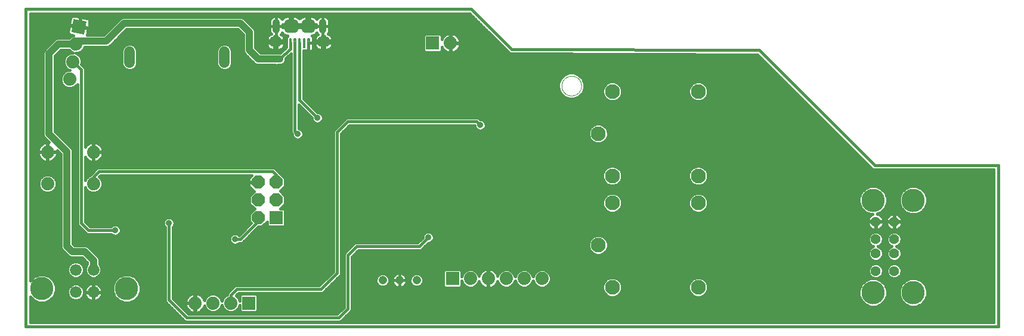
<source format=gbl>
G75*
%MOIN*%
%OFA0B0*%
%FSLAX25Y25*%
%IPPOS*%
%LPD*%
%AMOC8*
5,1,8,0,0,1.08239X$1,22.5*
%
%ADD10C,0.01500*%
%ADD11C,0.00000*%
%ADD12C,0.08268*%
%ADD13R,0.07400X0.07400*%
%ADD14C,0.07400*%
%ADD15R,0.07400X0.07400*%
%ADD16C,0.06000*%
%ADD17C,0.04756*%
%ADD18C,0.04000*%
%ADD19C,0.00787*%
%ADD20C,0.02756*%
%ADD21C,0.03740*%
%ADD22OC8,0.07400*%
%ADD23C,0.06600*%
%ADD24C,0.13000*%
%ADD25C,0.13055*%
%ADD26C,0.05622*%
%ADD27C,0.03562*%
%ADD28C,0.01600*%
%ADD29C,0.04134*%
D10*
X0001750Y0006000D02*
X0545321Y0006000D01*
X0545321Y0096512D01*
X0476238Y0096512D01*
X0411750Y0161000D01*
X0273404Y0161512D01*
X0250864Y0184051D01*
X0001750Y0184051D01*
X0001750Y0006000D01*
X0004250Y0008500D02*
X0004250Y0022698D01*
X0006303Y0020645D01*
X0009189Y0019450D01*
X0012311Y0019450D01*
X0015197Y0020645D01*
X0017405Y0022853D01*
X0018600Y0025739D01*
X0018600Y0028861D01*
X0017405Y0031747D01*
X0015197Y0033955D01*
X0012311Y0035150D01*
X0009189Y0035150D01*
X0006303Y0033955D01*
X0004250Y0031902D01*
X0004250Y0181551D01*
X0249829Y0181551D01*
X0271633Y0159746D01*
X0271980Y0159398D01*
X0271984Y0159396D01*
X0271987Y0159392D01*
X0272443Y0159204D01*
X0272897Y0159014D01*
X0272902Y0159014D01*
X0272906Y0159012D01*
X0273399Y0159012D01*
X0410711Y0158504D01*
X0474822Y0094392D01*
X0475741Y0094012D01*
X0542821Y0094012D01*
X0542821Y0008500D01*
X0004250Y0008500D01*
X0004250Y0008997D02*
X0090712Y0008997D01*
X0090859Y0008850D02*
X0177641Y0008850D01*
X0178900Y0010109D01*
X0183900Y0015109D01*
X0183900Y0045109D01*
X0187641Y0048850D01*
X0222641Y0048850D01*
X0223900Y0050109D01*
X0226659Y0052869D01*
X0227373Y0052869D01*
X0228524Y0053346D01*
X0229404Y0054226D01*
X0229881Y0055377D01*
X0229881Y0056623D01*
X0229404Y0057774D01*
X0228524Y0058654D01*
X0227373Y0059131D01*
X0226127Y0059131D01*
X0224976Y0058654D01*
X0224096Y0057774D01*
X0223619Y0056623D01*
X0223619Y0055909D01*
X0220859Y0053150D01*
X0185859Y0053150D01*
X0180859Y0048150D01*
X0179600Y0046891D01*
X0179600Y0016891D01*
X0175859Y0013150D01*
X0092641Y0013150D01*
X0083900Y0021891D01*
X0083900Y0061722D01*
X0084404Y0062226D01*
X0084881Y0063377D01*
X0084881Y0064623D01*
X0084404Y0065774D01*
X0083524Y0066654D01*
X0082373Y0067131D01*
X0081127Y0067131D01*
X0079976Y0066654D01*
X0079096Y0065774D01*
X0078619Y0064623D01*
X0078619Y0063377D01*
X0079096Y0062226D01*
X0079600Y0061722D01*
X0079600Y0020109D01*
X0080859Y0018850D01*
X0090859Y0008850D01*
X0089214Y0010496D02*
X0004250Y0010496D01*
X0004250Y0011994D02*
X0087715Y0011994D01*
X0086217Y0013493D02*
X0004250Y0013493D01*
X0004250Y0014991D02*
X0084718Y0014991D01*
X0083220Y0016490D02*
X0004250Y0016490D01*
X0004250Y0017988D02*
X0081721Y0017988D01*
X0080223Y0019487D02*
X0059800Y0019487D01*
X0059711Y0019450D02*
X0062597Y0020645D01*
X0064805Y0022853D01*
X0066000Y0025739D01*
X0066000Y0028861D01*
X0064805Y0031747D01*
X0062597Y0033955D01*
X0059711Y0035150D01*
X0056589Y0035150D01*
X0053703Y0033955D01*
X0051495Y0031747D01*
X0050300Y0028861D01*
X0050300Y0025739D01*
X0051495Y0022853D01*
X0053703Y0020645D01*
X0056589Y0019450D01*
X0059711Y0019450D01*
X0056500Y0019487D02*
X0012400Y0019487D01*
X0009100Y0019487D02*
X0004250Y0019487D01*
X0004250Y0020985D02*
X0005963Y0020985D01*
X0004465Y0022484D02*
X0004250Y0022484D01*
X0015537Y0020985D02*
X0028016Y0020985D01*
X0028825Y0020650D02*
X0030675Y0020650D01*
X0032384Y0021358D01*
X0033692Y0022666D01*
X0034400Y0024375D01*
X0034400Y0026225D01*
X0033692Y0027934D01*
X0032384Y0029242D01*
X0030675Y0029950D01*
X0028825Y0029950D01*
X0027116Y0029242D01*
X0025808Y0027934D01*
X0025100Y0026225D01*
X0025100Y0024375D01*
X0025808Y0022666D01*
X0027116Y0021358D01*
X0028825Y0020650D01*
X0031484Y0020985D02*
X0036897Y0020985D01*
X0036903Y0020981D02*
X0037611Y0020620D01*
X0038367Y0020374D01*
X0039153Y0020250D01*
X0039400Y0020250D01*
X0039400Y0025150D01*
X0034500Y0025150D01*
X0034500Y0024903D01*
X0034624Y0024117D01*
X0034870Y0023361D01*
X0035231Y0022653D01*
X0035698Y0022010D01*
X0036260Y0021448D01*
X0036903Y0020981D01*
X0035354Y0022484D02*
X0033510Y0022484D01*
X0034237Y0023982D02*
X0034668Y0023982D01*
X0034500Y0025450D02*
X0039400Y0025450D01*
X0039400Y0030350D01*
X0039153Y0030350D01*
X0038367Y0030226D01*
X0037611Y0029980D01*
X0036903Y0029619D01*
X0036260Y0029152D01*
X0035698Y0028590D01*
X0035231Y0027947D01*
X0034870Y0027239D01*
X0034624Y0026483D01*
X0034500Y0025697D01*
X0034500Y0025450D01*
X0034500Y0025481D02*
X0034400Y0025481D01*
X0034088Y0026979D02*
X0034786Y0026979D01*
X0035617Y0028478D02*
X0033148Y0028478D01*
X0037604Y0029976D02*
X0018138Y0029976D01*
X0018600Y0028478D02*
X0026352Y0028478D01*
X0025412Y0026979D02*
X0018600Y0026979D01*
X0018493Y0025481D02*
X0025100Y0025481D01*
X0025263Y0023982D02*
X0017872Y0023982D01*
X0017035Y0022484D02*
X0025990Y0022484D01*
X0039400Y0022484D02*
X0039700Y0022484D01*
X0039700Y0023982D02*
X0039400Y0023982D01*
X0039400Y0025150D02*
X0039700Y0025150D01*
X0039700Y0025450D01*
X0039400Y0025450D01*
X0039400Y0025150D01*
X0039700Y0025150D02*
X0039700Y0020250D01*
X0039947Y0020250D01*
X0040733Y0020374D01*
X0041489Y0020620D01*
X0042197Y0020981D01*
X0042840Y0021448D01*
X0043402Y0022010D01*
X0043869Y0022653D01*
X0044230Y0023361D01*
X0044476Y0024117D01*
X0044600Y0024903D01*
X0044600Y0025150D01*
X0039700Y0025150D01*
X0039700Y0025450D02*
X0044600Y0025450D01*
X0044600Y0025697D01*
X0044476Y0026483D01*
X0044230Y0027239D01*
X0043869Y0027947D01*
X0043402Y0028590D01*
X0042840Y0029152D01*
X0042197Y0029619D01*
X0041489Y0029980D01*
X0040733Y0030226D01*
X0039947Y0030350D01*
X0039700Y0030350D01*
X0039700Y0025450D01*
X0039700Y0025481D02*
X0039400Y0025481D01*
X0039400Y0026979D02*
X0039700Y0026979D01*
X0039700Y0028478D02*
X0039400Y0028478D01*
X0039400Y0029976D02*
X0039700Y0029976D01*
X0041496Y0029976D02*
X0050762Y0029976D01*
X0050300Y0028478D02*
X0043483Y0028478D01*
X0044314Y0026979D02*
X0050300Y0026979D01*
X0050407Y0025481D02*
X0044600Y0025481D01*
X0044432Y0023982D02*
X0051028Y0023982D01*
X0051865Y0022484D02*
X0043746Y0022484D01*
X0042203Y0020985D02*
X0053363Y0020985D01*
X0062937Y0020985D02*
X0079600Y0020985D01*
X0079600Y0022484D02*
X0064435Y0022484D01*
X0065272Y0023982D02*
X0079600Y0023982D01*
X0079600Y0025481D02*
X0065893Y0025481D01*
X0066000Y0026979D02*
X0079600Y0026979D01*
X0079600Y0028478D02*
X0066000Y0028478D01*
X0065538Y0029976D02*
X0079600Y0029976D01*
X0079600Y0031475D02*
X0064918Y0031475D01*
X0063578Y0032973D02*
X0079600Y0032973D01*
X0079600Y0034472D02*
X0061349Y0034472D01*
X0054951Y0034472D02*
X0042698Y0034472D01*
X0042184Y0033958D02*
X0043492Y0035266D01*
X0044200Y0036975D01*
X0044200Y0038825D01*
X0043492Y0040534D01*
X0042900Y0041126D01*
X0042900Y0043866D01*
X0042390Y0045098D01*
X0041448Y0046040D01*
X0036648Y0050840D01*
X0035416Y0051350D01*
X0029138Y0051350D01*
X0028100Y0052388D01*
X0028100Y0104666D01*
X0027590Y0105898D01*
X0026648Y0106840D01*
X0018100Y0115388D01*
X0018100Y0157612D01*
X0021482Y0160995D01*
X0025986Y0160995D01*
X0026917Y0160064D01*
X0028165Y0159547D01*
X0027037Y0159547D01*
X0025180Y0158778D01*
X0023760Y0157357D01*
X0022991Y0155501D01*
X0022991Y0153492D01*
X0023760Y0151636D01*
X0025180Y0150215D01*
X0026428Y0149699D01*
X0025300Y0149699D01*
X0023444Y0148930D01*
X0022023Y0147509D01*
X0021255Y0145653D01*
X0021255Y0143644D01*
X0022023Y0141788D01*
X0023444Y0140367D01*
X0025300Y0139599D01*
X0027309Y0139599D01*
X0029165Y0140367D01*
X0030586Y0141788D01*
X0030600Y0141822D01*
X0030600Y0063109D01*
X0034600Y0059109D01*
X0035859Y0057850D01*
X0049472Y0057850D01*
X0049976Y0057346D01*
X0051127Y0056869D01*
X0052373Y0056869D01*
X0053524Y0057346D01*
X0054404Y0058226D01*
X0054881Y0059377D01*
X0054881Y0060623D01*
X0054404Y0061774D01*
X0053524Y0062654D01*
X0052373Y0063131D01*
X0051127Y0063131D01*
X0049976Y0062654D01*
X0049472Y0062150D01*
X0037641Y0062150D01*
X0034900Y0064891D01*
X0034900Y0084130D01*
X0035269Y0083239D01*
X0036689Y0081819D01*
X0038545Y0081050D01*
X0040555Y0081050D01*
X0042411Y0081819D01*
X0043831Y0083239D01*
X0044600Y0085095D01*
X0044600Y0087105D01*
X0043831Y0088961D01*
X0042791Y0090001D01*
X0043641Y0090850D01*
X0127893Y0090850D01*
X0126300Y0089257D01*
X0126300Y0087250D01*
X0131500Y0087250D01*
X0131500Y0086750D01*
X0126300Y0086750D01*
X0126300Y0084743D01*
X0129325Y0081717D01*
X0126700Y0079092D01*
X0126700Y0074908D01*
X0129608Y0072000D01*
X0126700Y0069092D01*
X0126700Y0064908D01*
X0127659Y0063949D01*
X0120944Y0057234D01*
X0120524Y0057654D01*
X0119373Y0058131D01*
X0118127Y0058131D01*
X0116976Y0057654D01*
X0116096Y0056774D01*
X0115619Y0055623D01*
X0115619Y0054377D01*
X0116096Y0053226D01*
X0116976Y0052346D01*
X0118127Y0051869D01*
X0119373Y0051869D01*
X0120524Y0052346D01*
X0121028Y0052850D01*
X0122641Y0052850D01*
X0123900Y0054109D01*
X0131741Y0061950D01*
X0133842Y0061950D01*
X0136700Y0064808D01*
X0136700Y0062741D01*
X0137491Y0061950D01*
X0146009Y0061950D01*
X0146800Y0062741D01*
X0146800Y0071259D01*
X0146009Y0072050D01*
X0143942Y0072050D01*
X0146800Y0074908D01*
X0146800Y0079092D01*
X0143892Y0082000D01*
X0146800Y0084908D01*
X0146800Y0089092D01*
X0143842Y0092050D01*
X0143741Y0092050D01*
X0141900Y0093891D01*
X0140641Y0095150D01*
X0041859Y0095150D01*
X0037600Y0090891D01*
X0037600Y0090758D01*
X0036689Y0090381D01*
X0035269Y0088961D01*
X0034900Y0088070D01*
X0034900Y0101028D01*
X0035393Y0100350D01*
X0036000Y0099743D01*
X0036694Y0099239D01*
X0037458Y0098849D01*
X0038274Y0098584D01*
X0039121Y0098450D01*
X0039300Y0098450D01*
X0039300Y0103650D01*
X0039800Y0103650D01*
X0039800Y0104150D01*
X0039300Y0104150D01*
X0039300Y0109350D01*
X0039121Y0109350D01*
X0038274Y0109216D01*
X0037458Y0108951D01*
X0036694Y0108561D01*
X0036000Y0108057D01*
X0035393Y0107450D01*
X0034900Y0106772D01*
X0034900Y0150891D01*
X0033641Y0152150D01*
X0032859Y0152932D01*
X0033091Y0153492D01*
X0033091Y0155501D01*
X0032322Y0157357D01*
X0030902Y0158778D01*
X0029654Y0159295D01*
X0030782Y0159295D01*
X0032638Y0160064D01*
X0034059Y0161484D01*
X0034542Y0162650D01*
X0047416Y0162650D01*
X0048648Y0163160D01*
X0049590Y0164102D01*
X0058138Y0172650D01*
X0120362Y0172650D01*
X0123400Y0169612D01*
X0123400Y0160334D01*
X0123910Y0159102D01*
X0124852Y0158160D01*
X0129852Y0153160D01*
X0131084Y0152650D01*
X0140909Y0152650D01*
X0141070Y0152583D01*
X0142430Y0152583D01*
X0142591Y0152650D01*
X0144416Y0152650D01*
X0145648Y0153160D01*
X0146590Y0154102D01*
X0147100Y0155334D01*
X0147100Y0156309D01*
X0150041Y0159250D01*
X0150041Y0114668D01*
X0150619Y0114091D01*
X0150619Y0113377D01*
X0151096Y0112226D01*
X0151976Y0111346D01*
X0153127Y0110869D01*
X0154373Y0110869D01*
X0155524Y0111346D01*
X0156404Y0112226D01*
X0156881Y0113377D01*
X0156881Y0114623D01*
X0156404Y0115774D01*
X0155524Y0116654D01*
X0154373Y0117131D01*
X0154341Y0117131D01*
X0154341Y0130369D01*
X0161619Y0123091D01*
X0161619Y0122377D01*
X0162096Y0121226D01*
X0162976Y0120346D01*
X0164127Y0119869D01*
X0165373Y0119869D01*
X0166524Y0120346D01*
X0167404Y0121226D01*
X0167881Y0122377D01*
X0167881Y0123623D01*
X0167404Y0124774D01*
X0166524Y0125654D01*
X0165373Y0126131D01*
X0164659Y0126131D01*
X0156900Y0133891D01*
X0156900Y0160681D01*
X0158207Y0160681D01*
X0158647Y0160428D01*
X0159192Y0160281D01*
X0159868Y0160281D01*
X0159868Y0164984D01*
X0159868Y0164984D01*
X0159868Y0160281D01*
X0160544Y0160281D01*
X0161089Y0160428D01*
X0161578Y0160710D01*
X0161977Y0161109D01*
X0162259Y0161598D01*
X0162405Y0162143D01*
X0162405Y0164984D01*
X0159868Y0164984D01*
X0159868Y0164984D01*
X0162405Y0164984D01*
X0162405Y0167826D01*
X0162259Y0168371D01*
X0161977Y0168860D01*
X0161780Y0169057D01*
X0162400Y0169180D01*
X0163059Y0169453D01*
X0163652Y0169850D01*
X0164156Y0170354D01*
X0164422Y0170751D01*
X0164829Y0170141D01*
X0165064Y0169906D01*
X0164883Y0169831D01*
X0164370Y0169489D01*
X0163935Y0169053D01*
X0163592Y0168541D01*
X0163356Y0167971D01*
X0163236Y0167367D01*
X0163236Y0166309D01*
X0167508Y0166309D01*
X0167508Y0168781D01*
X0167742Y0168781D01*
X0167742Y0174531D01*
X0167742Y0174531D01*
X0167742Y0168781D01*
X0168111Y0168781D01*
X0168764Y0168911D01*
X0168764Y0166309D01*
X0173035Y0166309D01*
X0173035Y0167367D01*
X0172915Y0167971D01*
X0172679Y0168541D01*
X0172337Y0169053D01*
X0171901Y0169489D01*
X0171389Y0169831D01*
X0170820Y0170067D01*
X0170620Y0170106D01*
X0170655Y0170141D01*
X0171065Y0170755D01*
X0171348Y0171438D01*
X0171492Y0172162D01*
X0171492Y0174531D01*
X0167742Y0174531D01*
X0163992Y0174531D01*
X0163992Y0173782D01*
X0160224Y0173782D01*
X0160224Y0175281D01*
X0163992Y0175281D01*
X0163992Y0174532D01*
X0167742Y0174532D01*
X0167742Y0180281D01*
X0167373Y0180281D01*
X0166648Y0180137D01*
X0165966Y0179855D01*
X0165352Y0179444D01*
X0164829Y0178922D01*
X0164422Y0178312D01*
X0164156Y0178709D01*
X0163652Y0179213D01*
X0163059Y0179610D01*
X0162400Y0179883D01*
X0161701Y0180022D01*
X0160224Y0180022D01*
X0160224Y0175282D01*
X0158724Y0175282D01*
X0158724Y0180022D01*
X0157248Y0180022D01*
X0156548Y0179883D01*
X0155890Y0179610D01*
X0155297Y0179213D01*
X0154792Y0178709D01*
X0154750Y0178646D01*
X0154708Y0178709D01*
X0154203Y0179213D01*
X0153610Y0179610D01*
X0152952Y0179883D01*
X0152252Y0180022D01*
X0150776Y0180022D01*
X0150776Y0175282D01*
X0149276Y0175282D01*
X0149276Y0180022D01*
X0147799Y0180022D01*
X0147100Y0179883D01*
X0146441Y0179610D01*
X0145848Y0179213D01*
X0145344Y0178709D01*
X0145078Y0178312D01*
X0144671Y0178922D01*
X0144148Y0179444D01*
X0143534Y0179855D01*
X0142852Y0180137D01*
X0142127Y0180281D01*
X0141758Y0180281D01*
X0141758Y0174532D01*
X0141758Y0174532D01*
X0141758Y0180281D01*
X0141389Y0180281D01*
X0140664Y0180137D01*
X0139982Y0179855D01*
X0139367Y0179444D01*
X0138845Y0178922D01*
X0138435Y0178308D01*
X0138152Y0177625D01*
X0138008Y0176901D01*
X0138008Y0174532D01*
X0141758Y0174532D01*
X0145508Y0174532D01*
X0145508Y0175281D01*
X0149276Y0175281D01*
X0149276Y0173782D01*
X0145508Y0173782D01*
X0145508Y0174531D01*
X0141758Y0174531D01*
X0141758Y0168781D01*
X0141992Y0168781D01*
X0141992Y0166309D01*
X0140736Y0166309D01*
X0140736Y0165053D01*
X0136465Y0165053D01*
X0136465Y0163995D01*
X0136585Y0163391D01*
X0136821Y0162822D01*
X0137163Y0162309D01*
X0137599Y0161874D01*
X0138111Y0161531D01*
X0138680Y0161295D01*
X0139284Y0161175D01*
X0140736Y0161175D01*
X0140736Y0165053D01*
X0141992Y0165053D01*
X0141992Y0161175D01*
X0143444Y0161175D01*
X0144048Y0161295D01*
X0144617Y0161531D01*
X0145130Y0161874D01*
X0145565Y0162309D01*
X0145908Y0162822D01*
X0146144Y0163391D01*
X0146264Y0163995D01*
X0146264Y0165053D01*
X0141992Y0165053D01*
X0141992Y0166309D01*
X0146264Y0166309D01*
X0146264Y0167367D01*
X0146144Y0167971D01*
X0145908Y0168541D01*
X0145565Y0169053D01*
X0145130Y0169489D01*
X0144617Y0169831D01*
X0144436Y0169906D01*
X0144671Y0170141D01*
X0145078Y0170751D01*
X0145344Y0170354D01*
X0145848Y0169850D01*
X0146441Y0169453D01*
X0147100Y0169180D01*
X0147799Y0169041D01*
X0148094Y0169041D01*
X0148094Y0168866D01*
X0147494Y0168266D01*
X0147494Y0165887D01*
X0147482Y0165875D01*
X0147482Y0162772D01*
X0144059Y0159350D01*
X0142591Y0159350D01*
X0142430Y0159417D01*
X0141070Y0159417D01*
X0140909Y0159350D01*
X0133138Y0159350D01*
X0130100Y0162388D01*
X0130100Y0171666D01*
X0129590Y0172898D01*
X0123648Y0178840D01*
X0122416Y0179350D01*
X0056084Y0179350D01*
X0054852Y0178840D01*
X0045362Y0169350D01*
X0036187Y0169350D01*
X0036199Y0169376D01*
X0036838Y0173000D01*
X0031717Y0173903D01*
X0031804Y0174396D01*
X0031311Y0174482D01*
X0031224Y0173990D01*
X0026103Y0174893D01*
X0025464Y0171269D01*
X0025505Y0170809D01*
X0025662Y0170376D01*
X0025926Y0169999D01*
X0026279Y0169703D01*
X0026697Y0169508D01*
X0028345Y0169217D01*
X0026917Y0168626D01*
X0025986Y0167695D01*
X0019428Y0167695D01*
X0018197Y0167185D01*
X0012852Y0161840D01*
X0011910Y0160898D01*
X0011400Y0159666D01*
X0011400Y0113334D01*
X0011910Y0112102D01*
X0014716Y0109297D01*
X0014379Y0109350D01*
X0014200Y0109350D01*
X0014200Y0104150D01*
X0019400Y0104150D01*
X0019400Y0104329D01*
X0019347Y0104666D01*
X0021400Y0102612D01*
X0021400Y0050334D01*
X0021910Y0049102D01*
X0024910Y0046102D01*
X0025852Y0045160D01*
X0027084Y0044650D01*
X0033362Y0044650D01*
X0036200Y0041812D01*
X0036200Y0041126D01*
X0035608Y0040534D01*
X0034900Y0038825D01*
X0034900Y0036975D01*
X0035608Y0035266D01*
X0036916Y0033958D01*
X0038625Y0033250D01*
X0040475Y0033250D01*
X0042184Y0033958D01*
X0043784Y0035970D02*
X0079600Y0035970D01*
X0079600Y0037469D02*
X0044200Y0037469D01*
X0044141Y0038967D02*
X0079600Y0038967D01*
X0079600Y0040466D02*
X0043520Y0040466D01*
X0042900Y0041964D02*
X0079600Y0041964D01*
X0079600Y0043463D02*
X0042900Y0043463D01*
X0042446Y0044961D02*
X0079600Y0044961D01*
X0079600Y0046460D02*
X0041028Y0046460D01*
X0039529Y0047958D02*
X0079600Y0047958D01*
X0079600Y0049457D02*
X0038031Y0049457D01*
X0036369Y0050955D02*
X0079600Y0050955D01*
X0079600Y0052454D02*
X0028100Y0052454D01*
X0028100Y0053952D02*
X0079600Y0053952D01*
X0079600Y0055451D02*
X0028100Y0055451D01*
X0028100Y0056949D02*
X0050933Y0056949D01*
X0052567Y0056949D02*
X0079600Y0056949D01*
X0079600Y0058448D02*
X0054496Y0058448D01*
X0054881Y0059946D02*
X0079600Y0059946D01*
X0079600Y0061445D02*
X0054541Y0061445D01*
X0052826Y0062943D02*
X0078799Y0062943D01*
X0078619Y0064442D02*
X0035349Y0064442D01*
X0034900Y0065940D02*
X0079262Y0065940D01*
X0084238Y0065940D02*
X0126700Y0065940D01*
X0126700Y0067439D02*
X0034900Y0067439D01*
X0034900Y0068937D02*
X0126700Y0068937D01*
X0128044Y0070436D02*
X0034900Y0070436D01*
X0034900Y0071934D02*
X0129543Y0071934D01*
X0128175Y0073433D02*
X0034900Y0073433D01*
X0034900Y0074932D02*
X0126700Y0074932D01*
X0126700Y0076430D02*
X0034900Y0076430D01*
X0034900Y0077929D02*
X0126700Y0077929D01*
X0127035Y0079427D02*
X0034900Y0079427D01*
X0034900Y0080926D02*
X0128534Y0080926D01*
X0128618Y0082424D02*
X0043016Y0082424D01*
X0044114Y0083923D02*
X0127120Y0083923D01*
X0126300Y0085421D02*
X0044600Y0085421D01*
X0044600Y0086920D02*
X0131500Y0086920D01*
X0126300Y0088418D02*
X0044056Y0088418D01*
X0042875Y0089917D02*
X0126959Y0089917D01*
X0141378Y0094412D02*
X0173600Y0094412D01*
X0173600Y0092914D02*
X0142877Y0092914D01*
X0144477Y0091415D02*
X0173600Y0091415D01*
X0173600Y0089917D02*
X0145975Y0089917D01*
X0146800Y0088418D02*
X0173600Y0088418D01*
X0173600Y0086920D02*
X0146800Y0086920D01*
X0146800Y0085421D02*
X0173600Y0085421D01*
X0173600Y0083923D02*
X0145814Y0083923D01*
X0144316Y0082424D02*
X0173600Y0082424D01*
X0173600Y0080926D02*
X0144966Y0080926D01*
X0146465Y0079427D02*
X0173600Y0079427D01*
X0173600Y0077929D02*
X0146800Y0077929D01*
X0146800Y0076430D02*
X0173600Y0076430D01*
X0173600Y0074932D02*
X0146800Y0074932D01*
X0145325Y0073433D02*
X0173600Y0073433D01*
X0173600Y0071934D02*
X0146125Y0071934D01*
X0146800Y0070436D02*
X0173600Y0070436D01*
X0173600Y0068937D02*
X0146800Y0068937D01*
X0146800Y0067439D02*
X0173600Y0067439D01*
X0173600Y0065940D02*
X0146800Y0065940D01*
X0146800Y0064442D02*
X0173600Y0064442D01*
X0173600Y0062943D02*
X0146800Y0062943D01*
X0136700Y0062943D02*
X0134835Y0062943D01*
X0136334Y0064442D02*
X0136700Y0064442D01*
X0131235Y0061445D02*
X0173600Y0061445D01*
X0173600Y0059946D02*
X0129737Y0059946D01*
X0128238Y0058448D02*
X0173600Y0058448D01*
X0173600Y0056949D02*
X0126740Y0056949D01*
X0125241Y0055451D02*
X0173600Y0055451D01*
X0173600Y0053952D02*
X0123743Y0053952D01*
X0120632Y0052454D02*
X0173600Y0052454D01*
X0173600Y0050955D02*
X0083900Y0050955D01*
X0083900Y0049457D02*
X0173600Y0049457D01*
X0173600Y0047958D02*
X0083900Y0047958D01*
X0083900Y0046460D02*
X0173600Y0046460D01*
X0173600Y0044961D02*
X0083900Y0044961D01*
X0083900Y0043463D02*
X0173600Y0043463D01*
X0173600Y0041964D02*
X0083900Y0041964D01*
X0083900Y0040466D02*
X0173600Y0040466D01*
X0173600Y0038967D02*
X0083900Y0038967D01*
X0083900Y0037469D02*
X0173600Y0037469D01*
X0173600Y0036891D02*
X0165859Y0029150D01*
X0118859Y0029150D01*
X0115485Y0025776D01*
X0114226Y0024517D01*
X0114226Y0023804D01*
X0113515Y0023510D01*
X0112095Y0022089D01*
X0111376Y0020354D01*
X0110657Y0022089D01*
X0109237Y0023510D01*
X0107380Y0024278D01*
X0105371Y0024278D01*
X0103515Y0023510D01*
X0102095Y0022089D01*
X0101580Y0020847D01*
X0101427Y0021320D01*
X0101037Y0022085D01*
X0100533Y0022779D01*
X0099926Y0023385D01*
X0099232Y0023890D01*
X0098468Y0024279D01*
X0097652Y0024544D01*
X0096805Y0024678D01*
X0096626Y0024678D01*
X0096626Y0019478D01*
X0096126Y0019478D01*
X0096126Y0018978D01*
X0096626Y0018978D01*
X0096626Y0013778D01*
X0096805Y0013778D01*
X0097652Y0013913D01*
X0098468Y0014178D01*
X0099232Y0014567D01*
X0099926Y0015071D01*
X0100533Y0015678D01*
X0101037Y0016372D01*
X0101427Y0017136D01*
X0101580Y0017610D01*
X0102095Y0016368D01*
X0103515Y0014947D01*
X0105371Y0014178D01*
X0107380Y0014178D01*
X0109237Y0014947D01*
X0110657Y0016368D01*
X0111376Y0018103D01*
X0112095Y0016368D01*
X0113515Y0014947D01*
X0115371Y0014178D01*
X0117380Y0014178D01*
X0119237Y0014947D01*
X0120657Y0016368D01*
X0121326Y0017982D01*
X0121326Y0014969D01*
X0122117Y0014178D01*
X0130635Y0014178D01*
X0131426Y0014969D01*
X0131426Y0023488D01*
X0130635Y0024278D01*
X0122117Y0024278D01*
X0121326Y0023488D01*
X0121326Y0020474D01*
X0120657Y0022089D01*
X0119268Y0023478D01*
X0120641Y0024850D01*
X0167641Y0024850D01*
X0176641Y0033850D01*
X0177900Y0035109D01*
X0177900Y0114109D01*
X0182641Y0118850D01*
X0252619Y0118850D01*
X0252619Y0118377D01*
X0253096Y0117226D01*
X0253976Y0116346D01*
X0255127Y0115869D01*
X0256373Y0115869D01*
X0257524Y0116346D01*
X0258404Y0117226D01*
X0258881Y0118377D01*
X0258881Y0119623D01*
X0258404Y0120774D01*
X0257524Y0121654D01*
X0256373Y0122131D01*
X0255659Y0122131D01*
X0254641Y0123150D01*
X0180859Y0123150D01*
X0179600Y0121891D01*
X0173600Y0115891D01*
X0173600Y0036891D01*
X0172680Y0035970D02*
X0083900Y0035970D01*
X0083900Y0034472D02*
X0171181Y0034472D01*
X0169683Y0032973D02*
X0083900Y0032973D01*
X0083900Y0031475D02*
X0168184Y0031475D01*
X0166686Y0029976D02*
X0083900Y0029976D01*
X0083900Y0028478D02*
X0118187Y0028478D01*
X0116689Y0026979D02*
X0083900Y0026979D01*
X0083900Y0025481D02*
X0115190Y0025481D01*
X0114226Y0023982D02*
X0108096Y0023982D01*
X0110262Y0022484D02*
X0112489Y0022484D01*
X0111638Y0020985D02*
X0111114Y0020985D01*
X0111328Y0017988D02*
X0111424Y0017988D01*
X0112044Y0016490D02*
X0110708Y0016490D01*
X0109280Y0014991D02*
X0113471Y0014991D01*
X0119280Y0014991D02*
X0121326Y0014991D01*
X0121326Y0016490D02*
X0120708Y0016490D01*
X0121114Y0020985D02*
X0121326Y0020985D01*
X0121326Y0022484D02*
X0120262Y0022484D01*
X0119773Y0023982D02*
X0121821Y0023982D01*
X0130931Y0023982D02*
X0179600Y0023982D01*
X0179600Y0022484D02*
X0131426Y0022484D01*
X0131426Y0020985D02*
X0179600Y0020985D01*
X0179600Y0019487D02*
X0131426Y0019487D01*
X0131426Y0017988D02*
X0179600Y0017988D01*
X0179199Y0016490D02*
X0131426Y0016490D01*
X0131426Y0014991D02*
X0177701Y0014991D01*
X0176202Y0013493D02*
X0092298Y0013493D01*
X0093520Y0014567D02*
X0092826Y0015071D01*
X0092219Y0015678D01*
X0091715Y0016372D01*
X0091325Y0017136D01*
X0091060Y0017952D01*
X0090926Y0018799D01*
X0090926Y0018978D01*
X0096126Y0018978D01*
X0096126Y0013778D01*
X0095947Y0013778D01*
X0095100Y0013913D01*
X0094284Y0014178D01*
X0093520Y0014567D01*
X0092936Y0014991D02*
X0090799Y0014991D01*
X0091655Y0016490D02*
X0089301Y0016490D01*
X0087802Y0017988D02*
X0091054Y0017988D01*
X0090926Y0019478D02*
X0096126Y0019478D01*
X0096126Y0024678D01*
X0095947Y0024678D01*
X0095100Y0024544D01*
X0094284Y0024279D01*
X0093520Y0023890D01*
X0092826Y0023385D01*
X0092219Y0022779D01*
X0091715Y0022085D01*
X0091325Y0021320D01*
X0091060Y0020505D01*
X0090926Y0019657D01*
X0090926Y0019478D01*
X0090926Y0019487D02*
X0086304Y0019487D01*
X0084805Y0020985D02*
X0091216Y0020985D01*
X0092005Y0022484D02*
X0083900Y0022484D01*
X0083900Y0023982D02*
X0093701Y0023982D01*
X0096126Y0023982D02*
X0096626Y0023982D01*
X0096626Y0022484D02*
X0096126Y0022484D01*
X0096126Y0020985D02*
X0096626Y0020985D01*
X0096626Y0019487D02*
X0096126Y0019487D01*
X0096126Y0017988D02*
X0096626Y0017988D01*
X0096626Y0016490D02*
X0096126Y0016490D01*
X0096126Y0014991D02*
X0096626Y0014991D01*
X0099816Y0014991D02*
X0103471Y0014991D01*
X0102044Y0016490D02*
X0101097Y0016490D01*
X0101536Y0020985D02*
X0101638Y0020985D01*
X0102489Y0022484D02*
X0100747Y0022484D01*
X0099051Y0023982D02*
X0104656Y0023982D01*
X0052722Y0032973D02*
X0016178Y0032973D01*
X0017518Y0031475D02*
X0051382Y0031475D01*
X0036402Y0034472D02*
X0032898Y0034472D01*
X0032384Y0033958D02*
X0033692Y0035266D01*
X0034400Y0036975D01*
X0034400Y0038825D01*
X0033692Y0040534D01*
X0032384Y0041842D01*
X0030675Y0042550D01*
X0028825Y0042550D01*
X0027116Y0041842D01*
X0025808Y0040534D01*
X0025100Y0038825D01*
X0025100Y0036975D01*
X0025808Y0035266D01*
X0027116Y0033958D01*
X0028825Y0033250D01*
X0030675Y0033250D01*
X0032384Y0033958D01*
X0033984Y0035970D02*
X0035316Y0035970D01*
X0034900Y0037469D02*
X0034400Y0037469D01*
X0034341Y0038967D02*
X0034959Y0038967D01*
X0035580Y0040466D02*
X0033720Y0040466D01*
X0032089Y0041964D02*
X0036048Y0041964D01*
X0034550Y0043463D02*
X0004250Y0043463D01*
X0004250Y0044961D02*
X0026332Y0044961D01*
X0024553Y0046460D02*
X0004250Y0046460D01*
X0004250Y0047958D02*
X0023054Y0047958D01*
X0021763Y0049457D02*
X0004250Y0049457D01*
X0004250Y0050955D02*
X0021400Y0050955D01*
X0021400Y0052454D02*
X0004250Y0052454D01*
X0004250Y0053952D02*
X0021400Y0053952D01*
X0021400Y0055451D02*
X0004250Y0055451D01*
X0004250Y0056949D02*
X0021400Y0056949D01*
X0021400Y0058448D02*
X0004250Y0058448D01*
X0004250Y0059946D02*
X0021400Y0059946D01*
X0021400Y0061445D02*
X0004250Y0061445D01*
X0004250Y0062943D02*
X0021400Y0062943D01*
X0021400Y0064442D02*
X0004250Y0064442D01*
X0004250Y0065940D02*
X0021400Y0065940D01*
X0021400Y0067439D02*
X0004250Y0067439D01*
X0004250Y0068937D02*
X0021400Y0068937D01*
X0021400Y0070436D02*
X0004250Y0070436D01*
X0004250Y0071934D02*
X0021400Y0071934D01*
X0021400Y0073433D02*
X0004250Y0073433D01*
X0004250Y0074932D02*
X0021400Y0074932D01*
X0021400Y0076430D02*
X0004250Y0076430D01*
X0004250Y0077929D02*
X0021400Y0077929D01*
X0021400Y0079427D02*
X0004250Y0079427D01*
X0004250Y0080926D02*
X0021400Y0080926D01*
X0021400Y0082424D02*
X0017416Y0082424D01*
X0016811Y0081819D02*
X0018231Y0083239D01*
X0019000Y0085095D01*
X0019000Y0087105D01*
X0018231Y0088961D01*
X0016811Y0090381D01*
X0014955Y0091150D01*
X0012945Y0091150D01*
X0011089Y0090381D01*
X0009669Y0088961D01*
X0008900Y0087105D01*
X0008900Y0085095D01*
X0009669Y0083239D01*
X0011089Y0081819D01*
X0012945Y0081050D01*
X0014955Y0081050D01*
X0016811Y0081819D01*
X0018514Y0083923D02*
X0021400Y0083923D01*
X0021400Y0085421D02*
X0019000Y0085421D01*
X0019000Y0086920D02*
X0021400Y0086920D01*
X0021400Y0088418D02*
X0018456Y0088418D01*
X0017275Y0089917D02*
X0021400Y0089917D01*
X0021400Y0091415D02*
X0004250Y0091415D01*
X0004250Y0089917D02*
X0010625Y0089917D01*
X0009444Y0088418D02*
X0004250Y0088418D01*
X0004250Y0086920D02*
X0008900Y0086920D01*
X0008900Y0085421D02*
X0004250Y0085421D01*
X0004250Y0083923D02*
X0009386Y0083923D01*
X0010484Y0082424D02*
X0004250Y0082424D01*
X0028100Y0082424D02*
X0030600Y0082424D01*
X0030600Y0080926D02*
X0028100Y0080926D01*
X0028100Y0079427D02*
X0030600Y0079427D01*
X0030600Y0077929D02*
X0028100Y0077929D01*
X0028100Y0076430D02*
X0030600Y0076430D01*
X0030600Y0074932D02*
X0028100Y0074932D01*
X0028100Y0073433D02*
X0030600Y0073433D01*
X0030600Y0071934D02*
X0028100Y0071934D01*
X0028100Y0070436D02*
X0030600Y0070436D01*
X0030600Y0068937D02*
X0028100Y0068937D01*
X0028100Y0067439D02*
X0030600Y0067439D01*
X0030600Y0065940D02*
X0028100Y0065940D01*
X0028100Y0064442D02*
X0030600Y0064442D01*
X0030766Y0062943D02*
X0028100Y0062943D01*
X0028100Y0061445D02*
X0032265Y0061445D01*
X0033763Y0059946D02*
X0028100Y0059946D01*
X0028100Y0058448D02*
X0035262Y0058448D01*
X0036847Y0062943D02*
X0050674Y0062943D01*
X0083900Y0061445D02*
X0125154Y0061445D01*
X0123656Y0059946D02*
X0083900Y0059946D01*
X0083900Y0058448D02*
X0122157Y0058448D01*
X0116271Y0056949D02*
X0083900Y0056949D01*
X0083900Y0055451D02*
X0115619Y0055451D01*
X0115795Y0053952D02*
X0083900Y0053952D01*
X0083900Y0052454D02*
X0116868Y0052454D01*
X0126653Y0062943D02*
X0084701Y0062943D01*
X0084881Y0064442D02*
X0127166Y0064442D01*
X0177900Y0064442D02*
X0472205Y0064442D01*
X0472205Y0064421D02*
X0472317Y0063711D01*
X0472539Y0063029D01*
X0472865Y0062389D01*
X0473287Y0061808D01*
X0473794Y0061301D01*
X0474375Y0060879D01*
X0475015Y0060553D01*
X0475698Y0060331D01*
X0476407Y0060219D01*
X0476610Y0060218D01*
X0476610Y0064624D01*
X0472205Y0064624D01*
X0472205Y0064421D01*
X0472205Y0064935D02*
X0476610Y0064935D01*
X0476610Y0064624D01*
X0476921Y0064624D01*
X0476921Y0060219D01*
X0477125Y0060219D01*
X0477834Y0060331D01*
X0478517Y0060553D01*
X0479156Y0060879D01*
X0479737Y0061301D01*
X0480245Y0061808D01*
X0480667Y0062389D01*
X0480993Y0063029D01*
X0481214Y0063711D01*
X0481327Y0064421D01*
X0481327Y0064624D01*
X0476921Y0064624D01*
X0476921Y0064935D01*
X0481327Y0064935D01*
X0481327Y0065138D01*
X0481214Y0065848D01*
X0480993Y0066530D01*
X0480667Y0067170D01*
X0480245Y0067751D01*
X0479737Y0068258D01*
X0479156Y0068680D01*
X0478517Y0069006D01*
X0477834Y0069228D01*
X0477616Y0069263D01*
X0479850Y0070188D01*
X0482066Y0072404D01*
X0483265Y0075299D01*
X0483265Y0078433D01*
X0482066Y0081328D01*
X0479850Y0083544D01*
X0476955Y0084744D01*
X0473821Y0084744D01*
X0470926Y0083544D01*
X0468710Y0081328D01*
X0467510Y0078433D01*
X0467510Y0075299D01*
X0468710Y0072404D01*
X0470926Y0070188D01*
X0473821Y0068989D01*
X0474980Y0068989D01*
X0474375Y0068680D01*
X0473794Y0068258D01*
X0473287Y0067751D01*
X0472865Y0067170D01*
X0472539Y0066530D01*
X0472317Y0065848D01*
X0472205Y0065138D01*
X0472205Y0064935D01*
X0472347Y0065940D02*
X0177900Y0065940D01*
X0177900Y0067439D02*
X0473060Y0067439D01*
X0474880Y0068937D02*
X0177900Y0068937D01*
X0177900Y0070436D02*
X0327044Y0070436D01*
X0326498Y0070662D02*
X0328514Y0069827D01*
X0330695Y0069827D01*
X0332711Y0070662D01*
X0334253Y0072205D01*
X0335088Y0074220D01*
X0335088Y0076402D01*
X0334253Y0078417D01*
X0332711Y0079960D01*
X0330695Y0080795D01*
X0328514Y0080795D01*
X0326498Y0079960D01*
X0324955Y0078417D01*
X0324120Y0076402D01*
X0324120Y0074220D01*
X0324955Y0072205D01*
X0326498Y0070662D01*
X0325226Y0071934D02*
X0177900Y0071934D01*
X0177900Y0073433D02*
X0324447Y0073433D01*
X0324120Y0074932D02*
X0177900Y0074932D01*
X0177900Y0076430D02*
X0324132Y0076430D01*
X0324753Y0077929D02*
X0177900Y0077929D01*
X0177900Y0079427D02*
X0325965Y0079427D01*
X0333244Y0079427D02*
X0373997Y0079427D01*
X0374529Y0079960D02*
X0372987Y0078417D01*
X0372152Y0076402D01*
X0372152Y0074220D01*
X0372987Y0072205D01*
X0374529Y0070662D01*
X0376545Y0069827D01*
X0378727Y0069827D01*
X0380742Y0070662D01*
X0382285Y0072205D01*
X0383120Y0074220D01*
X0383120Y0076402D01*
X0382285Y0078417D01*
X0380742Y0079960D01*
X0378727Y0080795D01*
X0376545Y0080795D01*
X0374529Y0079960D01*
X0372784Y0077929D02*
X0334456Y0077929D01*
X0335077Y0076430D02*
X0372164Y0076430D01*
X0372152Y0074932D02*
X0335088Y0074932D01*
X0334762Y0073433D02*
X0372478Y0073433D01*
X0373257Y0071934D02*
X0333983Y0071934D01*
X0332165Y0070436D02*
X0375075Y0070436D01*
X0380196Y0070436D02*
X0470677Y0070436D01*
X0469179Y0071934D02*
X0382015Y0071934D01*
X0382794Y0073433D02*
X0468283Y0073433D01*
X0467663Y0074932D02*
X0383120Y0074932D01*
X0383108Y0076430D02*
X0467510Y0076430D01*
X0467510Y0077929D02*
X0382487Y0077929D01*
X0381275Y0079427D02*
X0467922Y0079427D01*
X0468543Y0080926D02*
X0177900Y0080926D01*
X0177900Y0082424D02*
X0469805Y0082424D01*
X0471839Y0083923D02*
X0177900Y0083923D01*
X0177900Y0085421D02*
X0327697Y0085421D01*
X0328514Y0085083D02*
X0330695Y0085083D01*
X0332711Y0085918D01*
X0334253Y0087461D01*
X0335088Y0089476D01*
X0335088Y0091658D01*
X0334253Y0093673D01*
X0332711Y0095216D01*
X0330695Y0096051D01*
X0328514Y0096051D01*
X0326498Y0095216D01*
X0324955Y0093673D01*
X0324120Y0091658D01*
X0324120Y0089476D01*
X0324955Y0087461D01*
X0326498Y0085918D01*
X0328514Y0085083D01*
X0331511Y0085421D02*
X0375729Y0085421D01*
X0376545Y0085083D02*
X0378727Y0085083D01*
X0380742Y0085918D01*
X0382285Y0087461D01*
X0383120Y0089476D01*
X0383120Y0091658D01*
X0382285Y0093673D01*
X0380742Y0095216D01*
X0378727Y0096051D01*
X0376545Y0096051D01*
X0374529Y0095216D01*
X0372987Y0093673D01*
X0372152Y0091658D01*
X0372152Y0089476D01*
X0372987Y0087461D01*
X0374529Y0085918D01*
X0376545Y0085083D01*
X0379543Y0085421D02*
X0542821Y0085421D01*
X0542821Y0083923D02*
X0501299Y0083923D01*
X0502212Y0083544D02*
X0499317Y0084744D01*
X0496183Y0084744D01*
X0493288Y0083544D01*
X0491072Y0081328D01*
X0489872Y0078433D01*
X0489872Y0075299D01*
X0491072Y0072404D01*
X0493288Y0070188D01*
X0496183Y0068989D01*
X0499317Y0068989D01*
X0502212Y0070188D01*
X0504428Y0072404D01*
X0505628Y0075299D01*
X0505628Y0078433D01*
X0504428Y0081328D01*
X0502212Y0083544D01*
X0503333Y0082424D02*
X0542821Y0082424D01*
X0542821Y0080926D02*
X0504595Y0080926D01*
X0505216Y0079427D02*
X0542821Y0079427D01*
X0542821Y0077929D02*
X0505628Y0077929D01*
X0505628Y0076430D02*
X0542821Y0076430D01*
X0542821Y0074932D02*
X0505475Y0074932D01*
X0504855Y0073433D02*
X0542821Y0073433D01*
X0542821Y0071934D02*
X0503959Y0071934D01*
X0502460Y0070436D02*
X0542821Y0070436D01*
X0542821Y0068937D02*
X0488967Y0068937D01*
X0488832Y0069006D02*
X0488149Y0069228D01*
X0487440Y0069341D01*
X0487236Y0069341D01*
X0487236Y0064935D01*
X0486925Y0064935D01*
X0486925Y0064624D01*
X0482520Y0064624D01*
X0482520Y0064421D01*
X0482632Y0063711D01*
X0482854Y0063029D01*
X0483180Y0062389D01*
X0483602Y0061808D01*
X0484109Y0061301D01*
X0484690Y0060879D01*
X0485330Y0060553D01*
X0486013Y0060331D01*
X0486722Y0060219D01*
X0486925Y0060218D01*
X0486925Y0064624D01*
X0487236Y0064624D01*
X0487236Y0060219D01*
X0487440Y0060219D01*
X0488149Y0060331D01*
X0488832Y0060553D01*
X0489471Y0060879D01*
X0490052Y0061301D01*
X0490560Y0061808D01*
X0490982Y0062389D01*
X0491308Y0063029D01*
X0491529Y0063711D01*
X0491642Y0064421D01*
X0491642Y0064624D01*
X0487236Y0064624D01*
X0487236Y0064935D01*
X0491642Y0064935D01*
X0491642Y0065138D01*
X0491529Y0065848D01*
X0491308Y0066530D01*
X0490982Y0067170D01*
X0490560Y0067751D01*
X0490052Y0068258D01*
X0489471Y0068680D01*
X0488832Y0069006D01*
X0487236Y0068937D02*
X0486925Y0068937D01*
X0486925Y0069341D02*
X0486722Y0069341D01*
X0486013Y0069228D01*
X0485330Y0069006D01*
X0484690Y0068680D01*
X0484109Y0068258D01*
X0483602Y0067751D01*
X0483180Y0067170D01*
X0482854Y0066530D01*
X0482632Y0065848D01*
X0482520Y0065138D01*
X0482520Y0064935D01*
X0486925Y0064935D01*
X0486925Y0069341D01*
X0485195Y0068937D02*
X0478652Y0068937D01*
X0480098Y0070436D02*
X0493040Y0070436D01*
X0491541Y0071934D02*
X0481597Y0071934D01*
X0482492Y0073433D02*
X0490645Y0073433D01*
X0490025Y0074932D02*
X0483113Y0074932D01*
X0483265Y0076430D02*
X0489872Y0076430D01*
X0489872Y0077929D02*
X0483265Y0077929D01*
X0482854Y0079427D02*
X0490284Y0079427D01*
X0490905Y0080926D02*
X0482233Y0080926D01*
X0480970Y0082424D02*
X0492167Y0082424D01*
X0494201Y0083923D02*
X0478937Y0083923D01*
X0474802Y0094412D02*
X0381546Y0094412D01*
X0382599Y0092914D02*
X0542821Y0092914D01*
X0542821Y0091415D02*
X0383120Y0091415D01*
X0383120Y0089917D02*
X0542821Y0089917D01*
X0542821Y0088418D02*
X0382681Y0088418D01*
X0381744Y0086920D02*
X0542821Y0086920D01*
X0542821Y0067439D02*
X0490786Y0067439D01*
X0491499Y0065940D02*
X0542821Y0065940D01*
X0542821Y0064442D02*
X0491642Y0064442D01*
X0491264Y0062943D02*
X0542821Y0062943D01*
X0542821Y0061445D02*
X0490196Y0061445D01*
X0487236Y0061445D02*
X0486925Y0061445D01*
X0486925Y0062943D02*
X0487236Y0062943D01*
X0487236Y0064442D02*
X0486925Y0064442D01*
X0486925Y0065940D02*
X0487236Y0065940D01*
X0487236Y0067439D02*
X0486925Y0067439D01*
X0483375Y0067439D02*
X0480471Y0067439D01*
X0481184Y0065940D02*
X0482662Y0065940D01*
X0482520Y0064442D02*
X0481327Y0064442D01*
X0480949Y0062943D02*
X0482897Y0062943D01*
X0483965Y0061445D02*
X0479881Y0061445D01*
X0476921Y0061445D02*
X0476610Y0061445D01*
X0476610Y0062943D02*
X0476921Y0062943D01*
X0476921Y0064442D02*
X0476610Y0064442D01*
X0473650Y0061445D02*
X0177900Y0061445D01*
X0177900Y0062943D02*
X0472582Y0062943D01*
X0474409Y0058465D02*
X0473238Y0057294D01*
X0472605Y0055765D01*
X0472605Y0054109D01*
X0473238Y0052580D01*
X0474409Y0051409D01*
X0475397Y0051000D01*
X0474409Y0050591D01*
X0473238Y0049420D01*
X0472605Y0047891D01*
X0472605Y0046235D01*
X0473238Y0044706D01*
X0474409Y0043535D01*
X0475938Y0042902D01*
X0477593Y0042902D01*
X0479123Y0043535D01*
X0480293Y0044706D01*
X0480927Y0046235D01*
X0480927Y0047891D01*
X0480293Y0049420D01*
X0479123Y0050591D01*
X0478134Y0051000D01*
X0479123Y0051409D01*
X0480293Y0052580D01*
X0480927Y0054109D01*
X0480927Y0055765D01*
X0480293Y0057294D01*
X0479123Y0058465D01*
X0477593Y0059098D01*
X0475938Y0059098D01*
X0474409Y0058465D01*
X0474392Y0058448D02*
X0228730Y0058448D01*
X0229746Y0056949D02*
X0320100Y0056949D01*
X0320639Y0057173D02*
X0318624Y0056338D01*
X0317081Y0054795D01*
X0316246Y0052780D01*
X0316246Y0050598D01*
X0317081Y0048583D01*
X0318624Y0047040D01*
X0320639Y0046205D01*
X0322821Y0046205D01*
X0324837Y0047040D01*
X0326379Y0048583D01*
X0327214Y0050598D01*
X0327214Y0052780D01*
X0326379Y0054795D01*
X0324837Y0056338D01*
X0322821Y0057173D01*
X0320639Y0057173D01*
X0323361Y0056949D02*
X0473095Y0056949D01*
X0472605Y0055451D02*
X0325724Y0055451D01*
X0326728Y0053952D02*
X0472670Y0053952D01*
X0473364Y0052454D02*
X0327214Y0052454D01*
X0327214Y0050955D02*
X0475289Y0050955D01*
X0473275Y0049457D02*
X0326741Y0049457D01*
X0325755Y0047958D02*
X0472633Y0047958D01*
X0472605Y0046460D02*
X0323436Y0046460D01*
X0320025Y0046460D02*
X0185250Y0046460D01*
X0183900Y0044961D02*
X0473132Y0044961D01*
X0474584Y0043463D02*
X0183900Y0043463D01*
X0183900Y0041964D02*
X0542821Y0041964D01*
X0542821Y0040466D02*
X0489720Y0040466D01*
X0489438Y0040748D02*
X0487908Y0041381D01*
X0486253Y0041381D01*
X0484724Y0040748D01*
X0483553Y0039577D01*
X0482920Y0038048D01*
X0482920Y0036393D01*
X0483553Y0034863D01*
X0484724Y0033693D01*
X0486253Y0033059D01*
X0487908Y0033059D01*
X0489438Y0033693D01*
X0490608Y0034863D01*
X0491242Y0036393D01*
X0491242Y0038048D01*
X0490608Y0039577D01*
X0489438Y0040748D01*
X0490861Y0038967D02*
X0542821Y0038967D01*
X0542821Y0037469D02*
X0491242Y0037469D01*
X0491067Y0035970D02*
X0542821Y0035970D01*
X0542821Y0034472D02*
X0490217Y0034472D01*
X0492950Y0031475D02*
X0480187Y0031475D01*
X0479850Y0031812D02*
X0476955Y0033011D01*
X0473821Y0033011D01*
X0470926Y0031812D01*
X0468710Y0029596D01*
X0467510Y0026701D01*
X0467510Y0023567D01*
X0468710Y0020672D01*
X0470926Y0018456D01*
X0473821Y0017256D01*
X0476955Y0017256D01*
X0479850Y0018456D01*
X0482066Y0020672D01*
X0483265Y0023567D01*
X0483265Y0026701D01*
X0482066Y0029596D01*
X0479850Y0031812D01*
X0479123Y0033693D02*
X0477593Y0033059D01*
X0475938Y0033059D01*
X0474409Y0033693D01*
X0473238Y0034863D01*
X0472605Y0036393D01*
X0472605Y0038048D01*
X0473238Y0039577D01*
X0474409Y0040748D01*
X0475938Y0041381D01*
X0477593Y0041381D01*
X0479123Y0040748D01*
X0480293Y0039577D01*
X0480927Y0038048D01*
X0480927Y0036393D01*
X0480293Y0034863D01*
X0479123Y0033693D01*
X0479902Y0034472D02*
X0483945Y0034472D01*
X0483095Y0035970D02*
X0480752Y0035970D01*
X0480927Y0037469D02*
X0482920Y0037469D01*
X0483300Y0038967D02*
X0480546Y0038967D01*
X0479405Y0040466D02*
X0484441Y0040466D01*
X0484899Y0043463D02*
X0478947Y0043463D01*
X0480399Y0044961D02*
X0483447Y0044961D01*
X0483553Y0044706D02*
X0482920Y0046235D01*
X0482920Y0047891D01*
X0483553Y0049420D01*
X0484724Y0050591D01*
X0485712Y0051000D01*
X0484724Y0051409D01*
X0483553Y0052580D01*
X0482920Y0054109D01*
X0482920Y0055765D01*
X0483553Y0057294D01*
X0484724Y0058465D01*
X0486253Y0059098D01*
X0487908Y0059098D01*
X0489438Y0058465D01*
X0490608Y0057294D01*
X0491242Y0055765D01*
X0491242Y0054109D01*
X0490608Y0052580D01*
X0489438Y0051409D01*
X0488449Y0051000D01*
X0489438Y0050591D01*
X0490608Y0049420D01*
X0491242Y0047891D01*
X0491242Y0046235D01*
X0490608Y0044706D01*
X0489438Y0043535D01*
X0487908Y0042902D01*
X0486253Y0042902D01*
X0484724Y0043535D01*
X0483553Y0044706D01*
X0482920Y0046460D02*
X0480927Y0046460D01*
X0480899Y0047958D02*
X0482948Y0047958D01*
X0483590Y0049457D02*
X0480256Y0049457D01*
X0478242Y0050955D02*
X0485604Y0050955D01*
X0483679Y0052454D02*
X0480167Y0052454D01*
X0480862Y0053952D02*
X0482985Y0053952D01*
X0482920Y0055451D02*
X0480927Y0055451D01*
X0480436Y0056949D02*
X0483410Y0056949D01*
X0484707Y0058448D02*
X0479139Y0058448D01*
X0489454Y0058448D02*
X0542821Y0058448D01*
X0542821Y0059946D02*
X0177900Y0059946D01*
X0177900Y0058448D02*
X0224770Y0058448D01*
X0223754Y0056949D02*
X0177900Y0056949D01*
X0177900Y0055451D02*
X0223160Y0055451D01*
X0221662Y0053952D02*
X0177900Y0053952D01*
X0177900Y0052454D02*
X0185163Y0052454D01*
X0183665Y0050955D02*
X0177900Y0050955D01*
X0177900Y0049457D02*
X0182166Y0049457D01*
X0180668Y0047958D02*
X0177900Y0047958D01*
X0177900Y0046460D02*
X0179600Y0046460D01*
X0179600Y0044961D02*
X0177900Y0044961D01*
X0177900Y0043463D02*
X0179600Y0043463D01*
X0179600Y0041964D02*
X0177900Y0041964D01*
X0177900Y0040466D02*
X0179600Y0040466D01*
X0179600Y0038967D02*
X0177900Y0038967D01*
X0177900Y0037469D02*
X0179600Y0037469D01*
X0179600Y0035970D02*
X0177900Y0035970D01*
X0177262Y0034472D02*
X0179600Y0034472D01*
X0179600Y0032973D02*
X0175764Y0032973D01*
X0174265Y0031475D02*
X0179600Y0031475D01*
X0179600Y0029976D02*
X0172767Y0029976D01*
X0171268Y0028478D02*
X0179600Y0028478D01*
X0179600Y0026979D02*
X0169770Y0026979D01*
X0168271Y0025481D02*
X0179600Y0025481D01*
X0183900Y0025481D02*
X0324740Y0025481D01*
X0324955Y0024961D02*
X0326498Y0023418D01*
X0328514Y0022583D01*
X0330695Y0022583D01*
X0332711Y0023418D01*
X0334253Y0024961D01*
X0335088Y0026976D01*
X0335088Y0029158D01*
X0334253Y0031173D01*
X0332711Y0032716D01*
X0330695Y0033551D01*
X0328514Y0033551D01*
X0326498Y0032716D01*
X0324955Y0031173D01*
X0324120Y0029158D01*
X0324120Y0026976D01*
X0324955Y0024961D01*
X0325934Y0023982D02*
X0183900Y0023982D01*
X0183900Y0022484D02*
X0467959Y0022484D01*
X0467510Y0023982D02*
X0381306Y0023982D01*
X0380742Y0023418D02*
X0382285Y0024961D01*
X0383120Y0026976D01*
X0383120Y0029158D01*
X0382285Y0031173D01*
X0380742Y0032716D01*
X0378727Y0033551D01*
X0376545Y0033551D01*
X0374529Y0032716D01*
X0372987Y0031173D01*
X0372152Y0029158D01*
X0372152Y0026976D01*
X0372987Y0024961D01*
X0374529Y0023418D01*
X0376545Y0022583D01*
X0378727Y0022583D01*
X0380742Y0023418D01*
X0382500Y0025481D02*
X0467510Y0025481D01*
X0467626Y0026979D02*
X0383120Y0026979D01*
X0383120Y0028478D02*
X0468246Y0028478D01*
X0469090Y0029976D02*
X0382781Y0029976D01*
X0381983Y0031475D02*
X0470588Y0031475D01*
X0473729Y0032973D02*
X0380121Y0032973D01*
X0375151Y0032973D02*
X0332090Y0032973D01*
X0333952Y0031475D02*
X0373288Y0031475D01*
X0372491Y0029976D02*
X0334749Y0029976D01*
X0335088Y0028478D02*
X0372152Y0028478D01*
X0372152Y0026979D02*
X0335088Y0026979D01*
X0334469Y0025481D02*
X0372771Y0025481D01*
X0373965Y0023982D02*
X0333275Y0023982D01*
X0324120Y0026979D02*
X0183900Y0026979D01*
X0183900Y0028478D02*
X0200012Y0028478D01*
X0200508Y0028272D02*
X0201992Y0028272D01*
X0203362Y0028840D01*
X0204410Y0029888D01*
X0204978Y0031258D01*
X0204978Y0032742D01*
X0204410Y0034112D01*
X0203362Y0035160D01*
X0201992Y0035728D01*
X0200508Y0035728D01*
X0199138Y0035160D01*
X0198090Y0034112D01*
X0197522Y0032742D01*
X0197522Y0031258D01*
X0198090Y0029888D01*
X0199138Y0028840D01*
X0200508Y0028272D01*
X0202488Y0028478D02*
X0208469Y0028478D01*
X0208480Y0028469D02*
X0209059Y0028174D01*
X0209677Y0027974D01*
X0210319Y0027872D01*
X0210644Y0027872D01*
X0210969Y0027872D01*
X0211610Y0027974D01*
X0212228Y0028174D01*
X0212807Y0028469D01*
X0213333Y0028851D01*
X0213792Y0029311D01*
X0214174Y0029836D01*
X0214469Y0030415D01*
X0214670Y0031033D01*
X0214772Y0031675D01*
X0214772Y0032000D01*
X0214772Y0032325D01*
X0214670Y0032967D01*
X0214469Y0033585D01*
X0214174Y0034164D01*
X0213792Y0034689D01*
X0213333Y0035149D01*
X0212807Y0035531D01*
X0212228Y0035826D01*
X0211610Y0036026D01*
X0210969Y0036128D01*
X0210644Y0036128D01*
X0210644Y0032000D01*
X0214772Y0032000D01*
X0210644Y0032000D01*
X0210644Y0032000D01*
X0210644Y0027872D01*
X0210644Y0032000D01*
X0210644Y0032000D01*
X0210644Y0032000D01*
X0210644Y0036128D01*
X0210319Y0036128D01*
X0209677Y0036026D01*
X0209059Y0035826D01*
X0208480Y0035531D01*
X0207955Y0035149D01*
X0207495Y0034689D01*
X0207113Y0034164D01*
X0206818Y0033585D01*
X0206617Y0032967D01*
X0206516Y0032325D01*
X0206516Y0032000D01*
X0206516Y0031675D01*
X0206617Y0031033D01*
X0206818Y0030415D01*
X0207113Y0029836D01*
X0207495Y0029311D01*
X0207955Y0028851D01*
X0208480Y0028469D01*
X0207042Y0029976D02*
X0204447Y0029976D01*
X0204978Y0031475D02*
X0206547Y0031475D01*
X0206516Y0032000D02*
X0210644Y0032000D01*
X0210644Y0032000D01*
X0206516Y0032000D01*
X0206620Y0032973D02*
X0204882Y0032973D01*
X0204050Y0034472D02*
X0207337Y0034472D01*
X0209505Y0035970D02*
X0183900Y0035970D01*
X0183900Y0034472D02*
X0198450Y0034472D01*
X0197618Y0032973D02*
X0183900Y0032973D01*
X0183900Y0031475D02*
X0197522Y0031475D01*
X0198053Y0029976D02*
X0183900Y0029976D01*
X0183900Y0037469D02*
X0235473Y0037469D01*
X0235200Y0037196D02*
X0235200Y0028678D01*
X0235991Y0027887D01*
X0244509Y0027887D01*
X0245300Y0028678D01*
X0245300Y0031691D01*
X0245969Y0030076D01*
X0247389Y0028656D01*
X0249245Y0027887D01*
X0251255Y0027887D01*
X0253111Y0028656D01*
X0254531Y0030076D01*
X0255046Y0031318D01*
X0255199Y0030845D01*
X0255589Y0030081D01*
X0256093Y0029387D01*
X0256700Y0028780D01*
X0257394Y0028276D01*
X0258158Y0027886D01*
X0258974Y0027621D01*
X0259821Y0027487D01*
X0260000Y0027487D01*
X0260000Y0032687D01*
X0260500Y0032687D01*
X0260500Y0027487D01*
X0260679Y0027487D01*
X0261526Y0027621D01*
X0262342Y0027886D01*
X0263106Y0028276D01*
X0263800Y0028780D01*
X0264407Y0029387D01*
X0264911Y0030081D01*
X0265301Y0030845D01*
X0265454Y0031318D01*
X0265969Y0030076D01*
X0267389Y0028656D01*
X0269245Y0027887D01*
X0271255Y0027887D01*
X0273111Y0028656D01*
X0274531Y0030076D01*
X0275250Y0031812D01*
X0275969Y0030076D01*
X0277389Y0028656D01*
X0279245Y0027887D01*
X0281255Y0027887D01*
X0283111Y0028656D01*
X0284531Y0030076D01*
X0285250Y0031812D01*
X0285969Y0030076D01*
X0287389Y0028656D01*
X0289245Y0027887D01*
X0291255Y0027887D01*
X0293111Y0028656D01*
X0294531Y0030076D01*
X0295300Y0031932D01*
X0295300Y0033942D01*
X0294531Y0035798D01*
X0293111Y0037218D01*
X0291255Y0037987D01*
X0289245Y0037987D01*
X0287389Y0037218D01*
X0285969Y0035798D01*
X0285250Y0034062D01*
X0284531Y0035798D01*
X0283111Y0037218D01*
X0281255Y0037987D01*
X0279245Y0037987D01*
X0277389Y0037218D01*
X0275969Y0035798D01*
X0275250Y0034062D01*
X0274531Y0035798D01*
X0273111Y0037218D01*
X0271255Y0037987D01*
X0269245Y0037987D01*
X0267389Y0037218D01*
X0265969Y0035798D01*
X0265454Y0034556D01*
X0265301Y0035029D01*
X0264911Y0035793D01*
X0264407Y0036487D01*
X0263800Y0037094D01*
X0263106Y0037598D01*
X0262342Y0037988D01*
X0261526Y0038253D01*
X0260679Y0038387D01*
X0260500Y0038387D01*
X0260500Y0033187D01*
X0260000Y0033187D01*
X0260000Y0038387D01*
X0259821Y0038387D01*
X0258974Y0038253D01*
X0258158Y0037988D01*
X0257394Y0037598D01*
X0256700Y0037094D01*
X0256093Y0036487D01*
X0255589Y0035793D01*
X0255199Y0035029D01*
X0255046Y0034556D01*
X0254531Y0035798D01*
X0253111Y0037218D01*
X0251255Y0037987D01*
X0249245Y0037987D01*
X0247389Y0037218D01*
X0245969Y0035798D01*
X0245300Y0034183D01*
X0245300Y0037196D01*
X0244509Y0037987D01*
X0235991Y0037987D01*
X0235200Y0037196D01*
X0235200Y0035970D02*
X0211783Y0035970D01*
X0210644Y0035970D02*
X0210644Y0035970D01*
X0210644Y0034472D02*
X0210644Y0034472D01*
X0210644Y0032973D02*
X0210644Y0032973D01*
X0210644Y0031475D02*
X0210644Y0031475D01*
X0210644Y0029976D02*
X0210644Y0029976D01*
X0210644Y0028478D02*
X0210644Y0028478D01*
X0212819Y0028478D02*
X0219012Y0028478D01*
X0219508Y0028272D02*
X0220992Y0028272D01*
X0222362Y0028840D01*
X0223410Y0029888D01*
X0223978Y0031258D01*
X0223978Y0032742D01*
X0223410Y0034112D01*
X0222362Y0035160D01*
X0220992Y0035728D01*
X0219508Y0035728D01*
X0218138Y0035160D01*
X0217090Y0034112D01*
X0216522Y0032742D01*
X0216522Y0031258D01*
X0217090Y0029888D01*
X0218138Y0028840D01*
X0219508Y0028272D01*
X0221488Y0028478D02*
X0235400Y0028478D01*
X0235200Y0029976D02*
X0223447Y0029976D01*
X0223978Y0031475D02*
X0235200Y0031475D01*
X0235200Y0032973D02*
X0223882Y0032973D01*
X0223050Y0034472D02*
X0235200Y0034472D01*
X0245300Y0034472D02*
X0245420Y0034472D01*
X0245300Y0035970D02*
X0246141Y0035970D01*
X0245027Y0037469D02*
X0247994Y0037469D01*
X0252506Y0037469D02*
X0257215Y0037469D01*
X0255717Y0035970D02*
X0254359Y0035970D01*
X0260000Y0035970D02*
X0260500Y0035970D01*
X0260500Y0034472D02*
X0260000Y0034472D01*
X0260000Y0031475D02*
X0260500Y0031475D01*
X0260500Y0029976D02*
X0260000Y0029976D01*
X0260000Y0028478D02*
X0260500Y0028478D01*
X0263384Y0028478D02*
X0267819Y0028478D01*
X0266069Y0029976D02*
X0264835Y0029976D01*
X0272680Y0028478D02*
X0277819Y0028478D01*
X0276069Y0029976D02*
X0274431Y0029976D01*
X0275110Y0031475D02*
X0275390Y0031475D01*
X0275420Y0034472D02*
X0275080Y0034472D01*
X0274359Y0035970D02*
X0276141Y0035970D01*
X0277994Y0037469D02*
X0272506Y0037469D01*
X0267994Y0037469D02*
X0263285Y0037469D01*
X0264783Y0035970D02*
X0266141Y0035970D01*
X0260500Y0037469D02*
X0260000Y0037469D01*
X0245390Y0031475D02*
X0245300Y0031475D01*
X0245300Y0029976D02*
X0246069Y0029976D01*
X0245100Y0028478D02*
X0247819Y0028478D01*
X0252680Y0028478D02*
X0257116Y0028478D01*
X0255665Y0029976D02*
X0254431Y0029976D01*
X0282680Y0028478D02*
X0287819Y0028478D01*
X0286069Y0029976D02*
X0284431Y0029976D01*
X0285110Y0031475D02*
X0285390Y0031475D01*
X0285420Y0034472D02*
X0285080Y0034472D01*
X0284359Y0035970D02*
X0286141Y0035970D01*
X0287994Y0037469D02*
X0282506Y0037469D01*
X0292506Y0037469D02*
X0472605Y0037469D01*
X0472780Y0035970D02*
X0294359Y0035970D01*
X0295080Y0034472D02*
X0473630Y0034472D01*
X0477047Y0032973D02*
X0496091Y0032973D01*
X0496183Y0033011D02*
X0493288Y0031812D01*
X0491072Y0029596D01*
X0489872Y0026701D01*
X0489872Y0023567D01*
X0491072Y0020672D01*
X0493288Y0018456D01*
X0496183Y0017256D01*
X0499317Y0017256D01*
X0502212Y0018456D01*
X0504428Y0020672D01*
X0505628Y0023567D01*
X0505628Y0026701D01*
X0504428Y0029596D01*
X0502212Y0031812D01*
X0499317Y0033011D01*
X0496183Y0033011D01*
X0499409Y0032973D02*
X0542821Y0032973D01*
X0542821Y0031475D02*
X0502550Y0031475D01*
X0504048Y0029976D02*
X0542821Y0029976D01*
X0542821Y0028478D02*
X0504892Y0028478D01*
X0505512Y0026979D02*
X0542821Y0026979D01*
X0542821Y0025481D02*
X0505628Y0025481D01*
X0505628Y0023982D02*
X0542821Y0023982D01*
X0542821Y0022484D02*
X0505179Y0022484D01*
X0504558Y0020985D02*
X0542821Y0020985D01*
X0542821Y0019487D02*
X0503243Y0019487D01*
X0501084Y0017988D02*
X0542821Y0017988D01*
X0542821Y0016490D02*
X0183900Y0016490D01*
X0183900Y0017988D02*
X0472054Y0017988D01*
X0469895Y0019487D02*
X0183900Y0019487D01*
X0183900Y0020985D02*
X0468580Y0020985D01*
X0478721Y0017988D02*
X0494416Y0017988D01*
X0492257Y0019487D02*
X0480881Y0019487D01*
X0482196Y0020985D02*
X0490942Y0020985D01*
X0490321Y0022484D02*
X0482817Y0022484D01*
X0483265Y0023982D02*
X0489872Y0023982D01*
X0489872Y0025481D02*
X0483265Y0025481D01*
X0483150Y0026979D02*
X0489988Y0026979D01*
X0490608Y0028478D02*
X0482529Y0028478D01*
X0481686Y0029976D02*
X0491452Y0029976D01*
X0472985Y0038967D02*
X0183900Y0038967D01*
X0183900Y0040466D02*
X0474126Y0040466D01*
X0489262Y0043463D02*
X0542821Y0043463D01*
X0542821Y0044961D02*
X0490714Y0044961D01*
X0491242Y0046460D02*
X0542821Y0046460D01*
X0542821Y0047958D02*
X0491214Y0047958D01*
X0490571Y0049457D02*
X0542821Y0049457D01*
X0542821Y0050955D02*
X0488557Y0050955D01*
X0490482Y0052454D02*
X0542821Y0052454D01*
X0542821Y0053952D02*
X0491177Y0053952D01*
X0491242Y0055451D02*
X0542821Y0055451D01*
X0542821Y0056949D02*
X0490751Y0056949D01*
X0473304Y0095911D02*
X0379065Y0095911D01*
X0376207Y0095911D02*
X0331033Y0095911D01*
X0328175Y0095911D02*
X0177900Y0095911D01*
X0177900Y0097409D02*
X0471805Y0097409D01*
X0470307Y0098908D02*
X0177900Y0098908D01*
X0177900Y0100406D02*
X0468808Y0100406D01*
X0467310Y0101905D02*
X0177900Y0101905D01*
X0177900Y0103403D02*
X0465811Y0103403D01*
X0464313Y0104902D02*
X0177900Y0104902D01*
X0177900Y0106400D02*
X0462814Y0106400D01*
X0461316Y0107899D02*
X0177900Y0107899D01*
X0177900Y0109397D02*
X0318968Y0109397D01*
X0318624Y0109540D02*
X0320639Y0108705D01*
X0322821Y0108705D01*
X0324837Y0109540D01*
X0326379Y0111083D01*
X0327214Y0113098D01*
X0327214Y0115280D01*
X0326379Y0117295D01*
X0324837Y0118838D01*
X0322821Y0119673D01*
X0320639Y0119673D01*
X0318624Y0118838D01*
X0317081Y0117295D01*
X0316246Y0115280D01*
X0316246Y0113098D01*
X0317081Y0111083D01*
X0318624Y0109540D01*
X0317268Y0110896D02*
X0177900Y0110896D01*
X0177900Y0112394D02*
X0316538Y0112394D01*
X0316246Y0113893D02*
X0177900Y0113893D01*
X0179182Y0115391D02*
X0316293Y0115391D01*
X0316913Y0116890D02*
X0258068Y0116890D01*
X0258881Y0118388D02*
X0318174Y0118388D01*
X0325286Y0118388D02*
X0450826Y0118388D01*
X0452325Y0116890D02*
X0326547Y0116890D01*
X0327168Y0115391D02*
X0453823Y0115391D01*
X0455322Y0113893D02*
X0327214Y0113893D01*
X0326923Y0112394D02*
X0456820Y0112394D01*
X0458319Y0110896D02*
X0326192Y0110896D01*
X0324492Y0109397D02*
X0459817Y0109397D01*
X0449328Y0119887D02*
X0258772Y0119887D01*
X0257793Y0121385D02*
X0447829Y0121385D01*
X0446331Y0122884D02*
X0254907Y0122884D01*
X0252619Y0118388D02*
X0182179Y0118388D01*
X0180680Y0116890D02*
X0253432Y0116890D01*
X0302637Y0134844D02*
X0305306Y0133738D01*
X0308194Y0133738D01*
X0310863Y0134844D01*
X0312906Y0136887D01*
X0314012Y0139556D01*
X0314012Y0142444D01*
X0312906Y0145113D01*
X0310863Y0147156D01*
X0308194Y0148262D01*
X0305306Y0148262D01*
X0302637Y0147156D01*
X0300594Y0145113D01*
X0299488Y0142444D01*
X0299488Y0139556D01*
X0300594Y0136887D01*
X0302637Y0134844D01*
X0302608Y0134872D02*
X0156900Y0134872D01*
X0156900Y0136370D02*
X0301110Y0136370D01*
X0300187Y0137869D02*
X0156900Y0137869D01*
X0156900Y0139368D02*
X0299566Y0139368D01*
X0299488Y0140866D02*
X0156900Y0140866D01*
X0156900Y0142365D02*
X0299488Y0142365D01*
X0300076Y0143863D02*
X0156900Y0143863D01*
X0156900Y0145362D02*
X0300842Y0145362D01*
X0302340Y0146860D02*
X0156900Y0146860D01*
X0156900Y0148359D02*
X0420856Y0148359D01*
X0419357Y0149857D02*
X0156900Y0149857D01*
X0156900Y0151356D02*
X0417859Y0151356D01*
X0416360Y0152854D02*
X0156900Y0152854D01*
X0156900Y0154353D02*
X0414862Y0154353D01*
X0413363Y0155851D02*
X0156900Y0155851D01*
X0156900Y0157350D02*
X0411865Y0157350D01*
X0422354Y0146860D02*
X0311160Y0146860D01*
X0312658Y0145362D02*
X0423853Y0145362D01*
X0425351Y0143863D02*
X0313424Y0143863D01*
X0314012Y0142365D02*
X0326402Y0142365D01*
X0326498Y0142460D02*
X0324955Y0140917D01*
X0324120Y0138902D01*
X0324120Y0136720D01*
X0324955Y0134705D01*
X0326498Y0133162D01*
X0328514Y0132327D01*
X0330695Y0132327D01*
X0332711Y0133162D01*
X0334253Y0134705D01*
X0335088Y0136720D01*
X0335088Y0138902D01*
X0334253Y0140917D01*
X0332711Y0142460D01*
X0330695Y0143295D01*
X0328514Y0143295D01*
X0326498Y0142460D01*
X0324934Y0140866D02*
X0314012Y0140866D01*
X0313934Y0139368D02*
X0324313Y0139368D01*
X0324120Y0137869D02*
X0313313Y0137869D01*
X0312390Y0136370D02*
X0324265Y0136370D01*
X0324886Y0134872D02*
X0310892Y0134872D01*
X0326287Y0133373D02*
X0157417Y0133373D01*
X0158916Y0131875D02*
X0437340Y0131875D01*
X0438838Y0130376D02*
X0160414Y0130376D01*
X0161913Y0128878D02*
X0440337Y0128878D01*
X0441835Y0127379D02*
X0163411Y0127379D01*
X0165977Y0125881D02*
X0443334Y0125881D01*
X0444832Y0124382D02*
X0167566Y0124382D01*
X0167881Y0122884D02*
X0180593Y0122884D01*
X0179095Y0121385D02*
X0167470Y0121385D01*
X0165416Y0119887D02*
X0177596Y0119887D01*
X0176098Y0118388D02*
X0154341Y0118388D01*
X0154341Y0119887D02*
X0164084Y0119887D01*
X0162030Y0121385D02*
X0154341Y0121385D01*
X0154341Y0122884D02*
X0161619Y0122884D01*
X0160327Y0124382D02*
X0154341Y0124382D01*
X0154341Y0125881D02*
X0158829Y0125881D01*
X0157330Y0127379D02*
X0154341Y0127379D01*
X0154341Y0128878D02*
X0155832Y0128878D01*
X0150041Y0128878D02*
X0034900Y0128878D01*
X0034900Y0130376D02*
X0150041Y0130376D01*
X0150041Y0131875D02*
X0034900Y0131875D01*
X0034900Y0133373D02*
X0150041Y0133373D01*
X0150041Y0134872D02*
X0034900Y0134872D01*
X0034900Y0136370D02*
X0150041Y0136370D01*
X0150041Y0137869D02*
X0034900Y0137869D01*
X0034900Y0139368D02*
X0150041Y0139368D01*
X0150041Y0140866D02*
X0034900Y0140866D01*
X0034900Y0142365D02*
X0150041Y0142365D01*
X0150041Y0143863D02*
X0034900Y0143863D01*
X0034900Y0145362D02*
X0150041Y0145362D01*
X0150041Y0146860D02*
X0034900Y0146860D01*
X0034900Y0148359D02*
X0150041Y0148359D01*
X0150041Y0149857D02*
X0114115Y0149857D01*
X0113615Y0149650D02*
X0115214Y0150312D01*
X0116438Y0151536D01*
X0117100Y0153135D01*
X0117100Y0160865D01*
X0116438Y0162464D01*
X0115214Y0163688D01*
X0113615Y0164350D01*
X0111885Y0164350D01*
X0110286Y0163688D01*
X0109062Y0162464D01*
X0108400Y0160865D01*
X0108400Y0153135D01*
X0109062Y0151536D01*
X0110286Y0150312D01*
X0111885Y0149650D01*
X0113615Y0149650D01*
X0111385Y0149857D02*
X0061115Y0149857D01*
X0060615Y0149650D02*
X0062214Y0150312D01*
X0063438Y0151536D01*
X0064100Y0153135D01*
X0064100Y0160865D01*
X0063438Y0162464D01*
X0062214Y0163688D01*
X0060615Y0164350D01*
X0058885Y0164350D01*
X0057286Y0163688D01*
X0056062Y0162464D01*
X0055400Y0160865D01*
X0055400Y0153135D01*
X0056062Y0151536D01*
X0057286Y0150312D01*
X0058885Y0149650D01*
X0060615Y0149650D01*
X0058385Y0149857D02*
X0034900Y0149857D01*
X0034435Y0151356D02*
X0056243Y0151356D01*
X0055516Y0152854D02*
X0032936Y0152854D01*
X0033091Y0154353D02*
X0055400Y0154353D01*
X0055400Y0155851D02*
X0032946Y0155851D01*
X0032325Y0157350D02*
X0055400Y0157350D01*
X0055400Y0158848D02*
X0030732Y0158848D01*
X0032921Y0160347D02*
X0055400Y0160347D01*
X0055806Y0161845D02*
X0034208Y0161845D01*
X0026634Y0160347D02*
X0020834Y0160347D01*
X0019336Y0158848D02*
X0025350Y0158848D01*
X0023757Y0157350D02*
X0018100Y0157350D01*
X0018100Y0155851D02*
X0023136Y0155851D01*
X0022991Y0154353D02*
X0018100Y0154353D01*
X0018100Y0152854D02*
X0023255Y0152854D01*
X0024040Y0151356D02*
X0018100Y0151356D01*
X0018100Y0149857D02*
X0026046Y0149857D01*
X0022873Y0148359D02*
X0018100Y0148359D01*
X0018100Y0146860D02*
X0021755Y0146860D01*
X0021255Y0145362D02*
X0018100Y0145362D01*
X0018100Y0143863D02*
X0021255Y0143863D01*
X0021785Y0142365D02*
X0018100Y0142365D01*
X0018100Y0140866D02*
X0022945Y0140866D01*
X0018100Y0139368D02*
X0030600Y0139368D01*
X0030600Y0140866D02*
X0029664Y0140866D01*
X0030600Y0137869D02*
X0018100Y0137869D01*
X0018100Y0136370D02*
X0030600Y0136370D01*
X0030600Y0134872D02*
X0018100Y0134872D01*
X0018100Y0133373D02*
X0030600Y0133373D01*
X0030600Y0131875D02*
X0018100Y0131875D01*
X0018100Y0130376D02*
X0030600Y0130376D01*
X0030600Y0128878D02*
X0018100Y0128878D01*
X0018100Y0127379D02*
X0030600Y0127379D01*
X0030600Y0125881D02*
X0018100Y0125881D01*
X0018100Y0124382D02*
X0030600Y0124382D01*
X0030600Y0122884D02*
X0018100Y0122884D01*
X0018100Y0121385D02*
X0030600Y0121385D01*
X0030600Y0119887D02*
X0018100Y0119887D01*
X0018100Y0118388D02*
X0030600Y0118388D01*
X0030600Y0116890D02*
X0018100Y0116890D01*
X0018100Y0115391D02*
X0030600Y0115391D01*
X0030600Y0113893D02*
X0019595Y0113893D01*
X0021093Y0112394D02*
X0030600Y0112394D01*
X0030600Y0110896D02*
X0022592Y0110896D01*
X0024090Y0109397D02*
X0030600Y0109397D01*
X0030600Y0107899D02*
X0025589Y0107899D01*
X0027087Y0106400D02*
X0030600Y0106400D01*
X0030600Y0104902D02*
X0028002Y0104902D01*
X0028100Y0103403D02*
X0030600Y0103403D01*
X0030600Y0101905D02*
X0028100Y0101905D01*
X0028100Y0100406D02*
X0030600Y0100406D01*
X0030600Y0098908D02*
X0028100Y0098908D01*
X0028100Y0097409D02*
X0030600Y0097409D01*
X0030600Y0095911D02*
X0028100Y0095911D01*
X0028100Y0094412D02*
X0030600Y0094412D01*
X0030600Y0092914D02*
X0028100Y0092914D01*
X0028100Y0091415D02*
X0030600Y0091415D01*
X0030600Y0089917D02*
X0028100Y0089917D01*
X0028100Y0088418D02*
X0030600Y0088418D01*
X0030600Y0086920D02*
X0028100Y0086920D01*
X0028100Y0085421D02*
X0030600Y0085421D01*
X0030600Y0083923D02*
X0028100Y0083923D01*
X0034900Y0083923D02*
X0034986Y0083923D01*
X0034900Y0082424D02*
X0036084Y0082424D01*
X0035044Y0088418D02*
X0034900Y0088418D01*
X0034900Y0089917D02*
X0036225Y0089917D01*
X0034900Y0091415D02*
X0038125Y0091415D01*
X0039623Y0092914D02*
X0034900Y0092914D01*
X0034900Y0094412D02*
X0041122Y0094412D01*
X0034900Y0095911D02*
X0173600Y0095911D01*
X0173600Y0097409D02*
X0034900Y0097409D01*
X0034900Y0098908D02*
X0037343Y0098908D01*
X0039300Y0098908D02*
X0039800Y0098908D01*
X0039800Y0098450D02*
X0039979Y0098450D01*
X0040826Y0098584D01*
X0041642Y0098849D01*
X0042406Y0099239D01*
X0043100Y0099743D01*
X0043707Y0100350D01*
X0044211Y0101044D01*
X0044601Y0101808D01*
X0044866Y0102624D01*
X0045000Y0103471D01*
X0045000Y0103650D01*
X0039800Y0103650D01*
X0039800Y0098450D01*
X0039800Y0100406D02*
X0039300Y0100406D01*
X0039300Y0101905D02*
X0039800Y0101905D01*
X0039800Y0103403D02*
X0039300Y0103403D01*
X0039800Y0104150D02*
X0045000Y0104150D01*
X0045000Y0104329D01*
X0044866Y0105176D01*
X0044601Y0105992D01*
X0044211Y0106756D01*
X0043707Y0107450D01*
X0043100Y0108057D01*
X0042406Y0108561D01*
X0041642Y0108951D01*
X0040826Y0109216D01*
X0039979Y0109350D01*
X0039800Y0109350D01*
X0039800Y0104150D01*
X0039800Y0104902D02*
X0039300Y0104902D01*
X0039300Y0106400D02*
X0039800Y0106400D01*
X0039800Y0107899D02*
X0039300Y0107899D01*
X0035841Y0107899D02*
X0034900Y0107899D01*
X0034900Y0109397D02*
X0173600Y0109397D01*
X0173600Y0107899D02*
X0043259Y0107899D01*
X0044393Y0106400D02*
X0173600Y0106400D01*
X0173600Y0104902D02*
X0044909Y0104902D01*
X0044989Y0103403D02*
X0173600Y0103403D01*
X0173600Y0101905D02*
X0044632Y0101905D01*
X0043748Y0100406D02*
X0173600Y0100406D01*
X0173600Y0098908D02*
X0041757Y0098908D01*
X0035352Y0100406D02*
X0034900Y0100406D01*
X0021400Y0100406D02*
X0018148Y0100406D01*
X0018107Y0100350D02*
X0018611Y0101044D01*
X0019001Y0101808D01*
X0019266Y0102624D01*
X0019400Y0103471D01*
X0019400Y0103650D01*
X0014200Y0103650D01*
X0014200Y0104150D01*
X0013700Y0104150D01*
X0013700Y0109350D01*
X0013521Y0109350D01*
X0012674Y0109216D01*
X0011858Y0108951D01*
X0011094Y0108561D01*
X0010400Y0108057D01*
X0009793Y0107450D01*
X0009289Y0106756D01*
X0008899Y0105992D01*
X0008634Y0105176D01*
X0008500Y0104329D01*
X0008500Y0104150D01*
X0013700Y0104150D01*
X0013700Y0103650D01*
X0014200Y0103650D01*
X0014200Y0098450D01*
X0014379Y0098450D01*
X0015226Y0098584D01*
X0016042Y0098849D01*
X0016806Y0099239D01*
X0017500Y0099743D01*
X0018107Y0100350D01*
X0019032Y0101905D02*
X0021400Y0101905D01*
X0020609Y0103403D02*
X0019389Y0103403D01*
X0014200Y0103403D02*
X0013700Y0103403D01*
X0013700Y0103650D02*
X0013700Y0098450D01*
X0013521Y0098450D01*
X0012674Y0098584D01*
X0011858Y0098849D01*
X0011094Y0099239D01*
X0010400Y0099743D01*
X0009793Y0100350D01*
X0009289Y0101044D01*
X0008899Y0101808D01*
X0008634Y0102624D01*
X0008500Y0103471D01*
X0008500Y0103650D01*
X0013700Y0103650D01*
X0013700Y0104902D02*
X0014200Y0104902D01*
X0014200Y0106400D02*
X0013700Y0106400D01*
X0013700Y0107899D02*
X0014200Y0107899D01*
X0014615Y0109397D02*
X0004250Y0109397D01*
X0004250Y0107899D02*
X0010241Y0107899D01*
X0009107Y0106400D02*
X0004250Y0106400D01*
X0004250Y0104902D02*
X0008591Y0104902D01*
X0008511Y0103403D02*
X0004250Y0103403D01*
X0004250Y0101905D02*
X0008868Y0101905D01*
X0009752Y0100406D02*
X0004250Y0100406D01*
X0004250Y0098908D02*
X0011743Y0098908D01*
X0013700Y0098908D02*
X0014200Y0098908D01*
X0014200Y0100406D02*
X0013700Y0100406D01*
X0013700Y0101905D02*
X0014200Y0101905D01*
X0016157Y0098908D02*
X0021400Y0098908D01*
X0021400Y0097409D02*
X0004250Y0097409D01*
X0004250Y0095911D02*
X0021400Y0095911D01*
X0021400Y0094412D02*
X0004250Y0094412D01*
X0004250Y0092914D02*
X0021400Y0092914D01*
X0013117Y0110896D02*
X0004250Y0110896D01*
X0004250Y0112394D02*
X0011789Y0112394D01*
X0011400Y0113893D02*
X0004250Y0113893D01*
X0004250Y0115391D02*
X0011400Y0115391D01*
X0011400Y0116890D02*
X0004250Y0116890D01*
X0004250Y0118388D02*
X0011400Y0118388D01*
X0011400Y0119887D02*
X0004250Y0119887D01*
X0004250Y0121385D02*
X0011400Y0121385D01*
X0011400Y0122884D02*
X0004250Y0122884D01*
X0004250Y0124382D02*
X0011400Y0124382D01*
X0011400Y0125881D02*
X0004250Y0125881D01*
X0004250Y0127379D02*
X0011400Y0127379D01*
X0011400Y0128878D02*
X0004250Y0128878D01*
X0004250Y0130376D02*
X0011400Y0130376D01*
X0011400Y0131875D02*
X0004250Y0131875D01*
X0004250Y0133373D02*
X0011400Y0133373D01*
X0011400Y0134872D02*
X0004250Y0134872D01*
X0004250Y0136370D02*
X0011400Y0136370D01*
X0011400Y0137869D02*
X0004250Y0137869D01*
X0004250Y0139368D02*
X0011400Y0139368D01*
X0011400Y0140866D02*
X0004250Y0140866D01*
X0004250Y0142365D02*
X0011400Y0142365D01*
X0011400Y0143863D02*
X0004250Y0143863D01*
X0004250Y0145362D02*
X0011400Y0145362D01*
X0011400Y0146860D02*
X0004250Y0146860D01*
X0004250Y0148359D02*
X0011400Y0148359D01*
X0011400Y0149857D02*
X0004250Y0149857D01*
X0004250Y0151356D02*
X0011400Y0151356D01*
X0011400Y0152854D02*
X0004250Y0152854D01*
X0004250Y0154353D02*
X0011400Y0154353D01*
X0011400Y0155851D02*
X0004250Y0155851D01*
X0004250Y0157350D02*
X0011400Y0157350D01*
X0011400Y0158848D02*
X0004250Y0158848D01*
X0004250Y0160347D02*
X0011682Y0160347D01*
X0012858Y0161845D02*
X0004250Y0161845D01*
X0004250Y0163344D02*
X0014356Y0163344D01*
X0015855Y0164842D02*
X0004250Y0164842D01*
X0004250Y0166341D02*
X0017353Y0166341D01*
X0026130Y0167839D02*
X0004250Y0167839D01*
X0004250Y0169338D02*
X0027663Y0169338D01*
X0025502Y0170836D02*
X0004250Y0170836D01*
X0004250Y0172335D02*
X0025652Y0172335D01*
X0025917Y0173833D02*
X0004250Y0173833D01*
X0004250Y0175332D02*
X0026494Y0175332D01*
X0026190Y0175385D02*
X0031311Y0174482D01*
X0032214Y0179603D01*
X0028590Y0180242D01*
X0028131Y0180202D01*
X0027698Y0180045D01*
X0027320Y0179780D01*
X0027024Y0179427D01*
X0026829Y0179010D01*
X0026190Y0175385D01*
X0026445Y0176830D02*
X0004250Y0176830D01*
X0004250Y0178329D02*
X0026709Y0178329D01*
X0027387Y0179827D02*
X0004250Y0179827D01*
X0004250Y0181326D02*
X0250054Y0181326D01*
X0251552Y0179827D02*
X0169559Y0179827D01*
X0169518Y0179855D02*
X0168836Y0180137D01*
X0168111Y0180281D01*
X0167742Y0180281D01*
X0167742Y0174532D01*
X0167742Y0174532D01*
X0167742Y0174531D01*
X0167742Y0174532D01*
X0171492Y0174532D01*
X0171492Y0176901D01*
X0171348Y0177625D01*
X0171065Y0178308D01*
X0170655Y0178922D01*
X0170133Y0179444D01*
X0169518Y0179855D01*
X0167742Y0179827D02*
X0167742Y0179827D01*
X0167742Y0178329D02*
X0167742Y0178329D01*
X0167742Y0176830D02*
X0167742Y0176830D01*
X0167742Y0175332D02*
X0167742Y0175332D01*
X0167742Y0173833D02*
X0167742Y0173833D01*
X0167742Y0172335D02*
X0167742Y0172335D01*
X0167742Y0170836D02*
X0167742Y0170836D01*
X0167742Y0169338D02*
X0167742Y0169338D01*
X0167508Y0167839D02*
X0168764Y0167839D01*
X0168764Y0166341D02*
X0167508Y0166341D01*
X0167508Y0166309D02*
X0168764Y0166309D01*
X0168764Y0165053D01*
X0173035Y0165053D01*
X0173035Y0163995D01*
X0172915Y0163391D01*
X0172679Y0162822D01*
X0172337Y0162309D01*
X0171901Y0161874D01*
X0171389Y0161531D01*
X0170820Y0161295D01*
X0170216Y0161175D01*
X0168764Y0161175D01*
X0168764Y0165053D01*
X0167508Y0165053D01*
X0167508Y0161175D01*
X0166056Y0161175D01*
X0165452Y0161295D01*
X0164883Y0161531D01*
X0164370Y0161874D01*
X0163935Y0162309D01*
X0163592Y0162822D01*
X0163356Y0163391D01*
X0163236Y0163995D01*
X0163236Y0165053D01*
X0167508Y0165053D01*
X0167508Y0166309D01*
X0167508Y0164842D02*
X0168764Y0164842D01*
X0168764Y0163344D02*
X0167508Y0163344D01*
X0167508Y0161845D02*
X0168764Y0161845D01*
X0171859Y0161845D02*
X0224106Y0161845D01*
X0224106Y0160678D02*
X0224896Y0159887D01*
X0233415Y0159887D01*
X0234205Y0160678D01*
X0234205Y0162647D01*
X0234494Y0162081D01*
X0234998Y0161387D01*
X0235605Y0160780D01*
X0236299Y0160276D01*
X0237063Y0159886D01*
X0237879Y0159621D01*
X0238727Y0159487D01*
X0238905Y0159487D01*
X0238905Y0164687D01*
X0239406Y0164687D01*
X0239406Y0165187D01*
X0244605Y0165187D01*
X0244605Y0165366D01*
X0244471Y0166213D01*
X0244206Y0167029D01*
X0243817Y0167793D01*
X0243313Y0168487D01*
X0242706Y0169094D01*
X0242012Y0169598D01*
X0241248Y0169988D01*
X0240432Y0170253D01*
X0239584Y0170387D01*
X0239406Y0170387D01*
X0239406Y0165187D01*
X0238905Y0165187D01*
X0238905Y0170387D01*
X0238727Y0170387D01*
X0237879Y0170253D01*
X0237063Y0169988D01*
X0236299Y0169598D01*
X0235605Y0169094D01*
X0234998Y0168487D01*
X0234494Y0167793D01*
X0234205Y0167227D01*
X0234205Y0169196D01*
X0233415Y0169987D01*
X0224896Y0169987D01*
X0224106Y0169196D01*
X0224106Y0160678D01*
X0224437Y0160347D02*
X0160787Y0160347D01*
X0159868Y0160347D02*
X0159868Y0160347D01*
X0158949Y0160347D02*
X0156900Y0160347D01*
X0156900Y0158848D02*
X0317638Y0158848D01*
X0332806Y0142365D02*
X0374434Y0142365D01*
X0374529Y0142460D02*
X0372987Y0140917D01*
X0372152Y0138902D01*
X0372152Y0136720D01*
X0372987Y0134705D01*
X0374529Y0133162D01*
X0376545Y0132327D01*
X0378727Y0132327D01*
X0380742Y0133162D01*
X0382285Y0134705D01*
X0383120Y0136720D01*
X0383120Y0138902D01*
X0382285Y0140917D01*
X0380742Y0142460D01*
X0378727Y0143295D01*
X0376545Y0143295D01*
X0374529Y0142460D01*
X0372966Y0140866D02*
X0334275Y0140866D01*
X0334895Y0139368D02*
X0372345Y0139368D01*
X0372152Y0137869D02*
X0335088Y0137869D01*
X0334943Y0136370D02*
X0372297Y0136370D01*
X0372918Y0134872D02*
X0334323Y0134872D01*
X0332922Y0133373D02*
X0374318Y0133373D01*
X0380954Y0133373D02*
X0435841Y0133373D01*
X0434342Y0134872D02*
X0382354Y0134872D01*
X0382975Y0136370D02*
X0432844Y0136370D01*
X0431345Y0137869D02*
X0383120Y0137869D01*
X0382927Y0139368D02*
X0429847Y0139368D01*
X0428348Y0140866D02*
X0382306Y0140866D01*
X0380838Y0142365D02*
X0426850Y0142365D01*
X0373726Y0094412D02*
X0333514Y0094412D01*
X0334568Y0092914D02*
X0372672Y0092914D01*
X0372152Y0091415D02*
X0335088Y0091415D01*
X0335088Y0089917D02*
X0372152Y0089917D01*
X0372590Y0088418D02*
X0334650Y0088418D01*
X0333712Y0086920D02*
X0373528Y0086920D01*
X0325496Y0086920D02*
X0177900Y0086920D01*
X0177900Y0088418D02*
X0324559Y0088418D01*
X0324120Y0089917D02*
X0177900Y0089917D01*
X0177900Y0091415D02*
X0324120Y0091415D01*
X0324641Y0092914D02*
X0177900Y0092914D01*
X0177900Y0094412D02*
X0325694Y0094412D01*
X0317737Y0055451D02*
X0229881Y0055451D01*
X0229130Y0053952D02*
X0316732Y0053952D01*
X0316246Y0052454D02*
X0226244Y0052454D01*
X0224746Y0050955D02*
X0316246Y0050955D01*
X0316719Y0049457D02*
X0223247Y0049457D01*
X0186749Y0047958D02*
X0317706Y0047958D01*
X0327119Y0032973D02*
X0295300Y0032973D01*
X0295110Y0031475D02*
X0325257Y0031475D01*
X0324459Y0029976D02*
X0294431Y0029976D01*
X0292680Y0028478D02*
X0324120Y0028478D01*
X0217450Y0034472D02*
X0213950Y0034472D01*
X0214668Y0032973D02*
X0216618Y0032973D01*
X0216522Y0031475D02*
X0214740Y0031475D01*
X0214245Y0029976D02*
X0217053Y0029976D01*
X0183782Y0014991D02*
X0542821Y0014991D01*
X0542821Y0013493D02*
X0182283Y0013493D01*
X0180785Y0011994D02*
X0542821Y0011994D01*
X0542821Y0010496D02*
X0179286Y0010496D01*
X0177788Y0008997D02*
X0542821Y0008997D01*
X0173600Y0110896D02*
X0154438Y0110896D01*
X0153062Y0110896D02*
X0034900Y0110896D01*
X0034900Y0112394D02*
X0151026Y0112394D01*
X0150619Y0113893D02*
X0034900Y0113893D01*
X0034900Y0115391D02*
X0150041Y0115391D01*
X0150041Y0116890D02*
X0034900Y0116890D01*
X0034900Y0118388D02*
X0150041Y0118388D01*
X0150041Y0119887D02*
X0034900Y0119887D01*
X0034900Y0121385D02*
X0150041Y0121385D01*
X0150041Y0122884D02*
X0034900Y0122884D01*
X0034900Y0124382D02*
X0150041Y0124382D01*
X0150041Y0125881D02*
X0034900Y0125881D01*
X0034900Y0127379D02*
X0150041Y0127379D01*
X0154955Y0116890D02*
X0174599Y0116890D01*
X0173600Y0115391D02*
X0156563Y0115391D01*
X0156881Y0113893D02*
X0173600Y0113893D01*
X0173600Y0112394D02*
X0156474Y0112394D01*
X0150041Y0151356D02*
X0116257Y0151356D01*
X0116984Y0152854D02*
X0130591Y0152854D01*
X0128660Y0154353D02*
X0117100Y0154353D01*
X0117100Y0155851D02*
X0127161Y0155851D01*
X0125663Y0157350D02*
X0117100Y0157350D01*
X0117100Y0158848D02*
X0124164Y0158848D01*
X0123400Y0160347D02*
X0117100Y0160347D01*
X0116694Y0161845D02*
X0123400Y0161845D01*
X0123400Y0163344D02*
X0115558Y0163344D01*
X0109942Y0163344D02*
X0062558Y0163344D01*
X0063694Y0161845D02*
X0108806Y0161845D01*
X0108400Y0160347D02*
X0064100Y0160347D01*
X0064100Y0158848D02*
X0108400Y0158848D01*
X0108400Y0157350D02*
X0064100Y0157350D01*
X0064100Y0155851D02*
X0108400Y0155851D01*
X0108400Y0154353D02*
X0064100Y0154353D01*
X0063984Y0152854D02*
X0108516Y0152854D01*
X0109243Y0151356D02*
X0063257Y0151356D01*
X0056942Y0163344D02*
X0048831Y0163344D01*
X0050330Y0164842D02*
X0123400Y0164842D01*
X0123400Y0166341D02*
X0051828Y0166341D01*
X0053327Y0167839D02*
X0123400Y0167839D01*
X0123400Y0169338D02*
X0054825Y0169338D01*
X0056324Y0170836D02*
X0122176Y0170836D01*
X0120678Y0172335D02*
X0057822Y0172335D01*
X0049846Y0173833D02*
X0036985Y0173833D01*
X0036925Y0173493D02*
X0037564Y0177117D01*
X0037524Y0177576D01*
X0037366Y0178009D01*
X0037102Y0178387D01*
X0036749Y0178683D01*
X0036331Y0178877D01*
X0032707Y0179517D01*
X0031804Y0174396D01*
X0036925Y0173493D01*
X0036720Y0172335D02*
X0048347Y0172335D01*
X0046849Y0170836D02*
X0036456Y0170836D01*
X0034993Y0173833D02*
X0032113Y0173833D01*
X0031969Y0175332D02*
X0031461Y0175332D01*
X0031725Y0176830D02*
X0032233Y0176830D01*
X0031989Y0178329D02*
X0032497Y0178329D01*
X0030944Y0179827D02*
X0139941Y0179827D01*
X0141758Y0179827D02*
X0141758Y0179827D01*
X0141758Y0178329D02*
X0141758Y0178329D01*
X0141758Y0176830D02*
X0141758Y0176830D01*
X0141758Y0175332D02*
X0141758Y0175332D01*
X0141758Y0174532D02*
X0141758Y0174531D01*
X0141758Y0174531D01*
X0141758Y0168781D01*
X0141389Y0168781D01*
X0140736Y0168911D01*
X0140736Y0166309D01*
X0136465Y0166309D01*
X0136465Y0167367D01*
X0136585Y0167971D01*
X0136821Y0168541D01*
X0137163Y0169053D01*
X0137599Y0169489D01*
X0138111Y0169831D01*
X0138680Y0170067D01*
X0138880Y0170106D01*
X0138845Y0170141D01*
X0138435Y0170755D01*
X0138152Y0171438D01*
X0138008Y0172162D01*
X0138008Y0174531D01*
X0141758Y0174531D01*
X0141758Y0174532D01*
X0141758Y0173833D02*
X0141758Y0173833D01*
X0141758Y0172335D02*
X0141758Y0172335D01*
X0141758Y0170836D02*
X0141758Y0170836D01*
X0141758Y0169338D02*
X0141758Y0169338D01*
X0141992Y0167839D02*
X0140736Y0167839D01*
X0140736Y0166341D02*
X0141992Y0166341D01*
X0141992Y0164842D02*
X0140736Y0164842D01*
X0140736Y0163344D02*
X0141992Y0163344D01*
X0141992Y0161845D02*
X0140736Y0161845D01*
X0137641Y0161845D02*
X0130642Y0161845D01*
X0130100Y0163344D02*
X0136604Y0163344D01*
X0136465Y0164842D02*
X0130100Y0164842D01*
X0130100Y0166341D02*
X0136465Y0166341D01*
X0136558Y0167839D02*
X0130100Y0167839D01*
X0130100Y0169338D02*
X0137448Y0169338D01*
X0138401Y0170836D02*
X0130100Y0170836D01*
X0129823Y0172335D02*
X0138008Y0172335D01*
X0138008Y0173833D02*
X0128654Y0173833D01*
X0127156Y0175332D02*
X0138008Y0175332D01*
X0138008Y0176830D02*
X0125657Y0176830D01*
X0124159Y0178329D02*
X0138449Y0178329D01*
X0143575Y0179827D02*
X0146966Y0179827D01*
X0149276Y0179827D02*
X0150776Y0179827D01*
X0150776Y0178329D02*
X0149276Y0178329D01*
X0149276Y0176830D02*
X0150776Y0176830D01*
X0150776Y0175332D02*
X0149276Y0175332D01*
X0149276Y0173833D02*
X0145508Y0173833D01*
X0150776Y0173833D02*
X0158724Y0173833D01*
X0158724Y0173782D02*
X0153984Y0173782D01*
X0150776Y0173782D01*
X0150776Y0175281D01*
X0158724Y0175281D01*
X0158724Y0173782D01*
X0160224Y0173833D02*
X0163992Y0173833D01*
X0160224Y0175332D02*
X0158724Y0175332D01*
X0158724Y0176830D02*
X0160224Y0176830D01*
X0160224Y0178329D02*
X0158724Y0178329D01*
X0158724Y0179827D02*
X0160224Y0179827D01*
X0162534Y0179827D02*
X0165925Y0179827D01*
X0164433Y0178329D02*
X0164411Y0178329D01*
X0156415Y0179827D02*
X0153085Y0179827D01*
X0145089Y0178329D02*
X0145067Y0178329D01*
X0145281Y0169338D02*
X0146720Y0169338D01*
X0146170Y0167839D02*
X0147494Y0167839D01*
X0147494Y0166341D02*
X0146264Y0166341D01*
X0146264Y0164842D02*
X0147482Y0164842D01*
X0147482Y0163344D02*
X0146124Y0163344D01*
X0146555Y0161845D02*
X0145087Y0161845D01*
X0145056Y0160347D02*
X0132141Y0160347D01*
X0147100Y0155851D02*
X0150041Y0155851D01*
X0150041Y0154353D02*
X0146694Y0154353D01*
X0144909Y0152854D02*
X0150041Y0152854D01*
X0150041Y0157350D02*
X0148140Y0157350D01*
X0149639Y0158848D02*
X0150041Y0158848D01*
X0159868Y0161845D02*
X0159868Y0161845D01*
X0159868Y0163344D02*
X0159868Y0163344D01*
X0159868Y0164842D02*
X0159868Y0164842D01*
X0162405Y0164842D02*
X0163236Y0164842D01*
X0163236Y0166341D02*
X0162405Y0166341D01*
X0162402Y0167839D02*
X0163330Y0167839D01*
X0162780Y0169338D02*
X0164219Y0169338D01*
X0171099Y0170836D02*
X0260544Y0170836D01*
X0262042Y0169338D02*
X0242371Y0169338D01*
X0243783Y0167839D02*
X0263541Y0167839D01*
X0265039Y0166341D02*
X0244430Y0166341D01*
X0244605Y0164687D02*
X0239406Y0164687D01*
X0239406Y0159487D01*
X0239584Y0159487D01*
X0240432Y0159621D01*
X0241248Y0159886D01*
X0242012Y0160276D01*
X0242706Y0160780D01*
X0243313Y0161387D01*
X0243817Y0162081D01*
X0244206Y0162845D01*
X0244471Y0163661D01*
X0244605Y0164508D01*
X0244605Y0164687D01*
X0244368Y0163344D02*
X0268036Y0163344D01*
X0266538Y0164842D02*
X0239406Y0164842D01*
X0239406Y0163344D02*
X0238905Y0163344D01*
X0238905Y0161845D02*
X0239406Y0161845D01*
X0239406Y0160347D02*
X0238905Y0160347D01*
X0236201Y0160347D02*
X0233874Y0160347D01*
X0234205Y0161845D02*
X0234665Y0161845D01*
X0238905Y0166341D02*
X0239406Y0166341D01*
X0239406Y0167839D02*
X0238905Y0167839D01*
X0238905Y0169338D02*
X0239406Y0169338D01*
X0235941Y0169338D02*
X0234064Y0169338D01*
X0234205Y0167839D02*
X0234528Y0167839D01*
X0224247Y0169338D02*
X0172052Y0169338D01*
X0172942Y0167839D02*
X0224106Y0167839D01*
X0224106Y0166341D02*
X0173035Y0166341D01*
X0173035Y0164842D02*
X0224106Y0164842D01*
X0224106Y0163344D02*
X0172896Y0163344D01*
X0164413Y0161845D02*
X0162326Y0161845D01*
X0162405Y0163344D02*
X0163376Y0163344D01*
X0171492Y0172335D02*
X0259045Y0172335D01*
X0257547Y0173833D02*
X0171492Y0173833D01*
X0171492Y0175332D02*
X0256048Y0175332D01*
X0254550Y0176830D02*
X0171492Y0176830D01*
X0171051Y0178329D02*
X0253051Y0178329D01*
X0243646Y0161845D02*
X0269535Y0161845D01*
X0271033Y0160347D02*
X0242110Y0160347D01*
X0054341Y0178329D02*
X0037142Y0178329D01*
X0037513Y0176830D02*
X0052843Y0176830D01*
X0051344Y0175332D02*
X0037249Y0175332D01*
X0027411Y0041964D02*
X0004250Y0041964D01*
X0004250Y0040466D02*
X0025780Y0040466D01*
X0025159Y0038967D02*
X0004250Y0038967D01*
X0004250Y0037469D02*
X0025100Y0037469D01*
X0025516Y0035970D02*
X0004250Y0035970D01*
X0004250Y0034472D02*
X0007551Y0034472D01*
X0005322Y0032973D02*
X0004250Y0032973D01*
X0013949Y0034472D02*
X0026602Y0034472D01*
X0039400Y0020985D02*
X0039700Y0020985D01*
D11*
X0301238Y0141000D02*
X0301240Y0141148D01*
X0301246Y0141296D01*
X0301256Y0141444D01*
X0301270Y0141591D01*
X0301288Y0141738D01*
X0301309Y0141884D01*
X0301335Y0142030D01*
X0301365Y0142175D01*
X0301398Y0142319D01*
X0301436Y0142462D01*
X0301477Y0142604D01*
X0301522Y0142745D01*
X0301570Y0142885D01*
X0301623Y0143024D01*
X0301679Y0143161D01*
X0301739Y0143296D01*
X0301802Y0143430D01*
X0301869Y0143562D01*
X0301940Y0143692D01*
X0302014Y0143820D01*
X0302091Y0143946D01*
X0302172Y0144070D01*
X0302256Y0144192D01*
X0302343Y0144311D01*
X0302434Y0144428D01*
X0302528Y0144543D01*
X0302624Y0144655D01*
X0302724Y0144765D01*
X0302826Y0144871D01*
X0302932Y0144975D01*
X0303040Y0145076D01*
X0303151Y0145174D01*
X0303264Y0145270D01*
X0303380Y0145362D01*
X0303498Y0145451D01*
X0303619Y0145536D01*
X0303742Y0145619D01*
X0303867Y0145698D01*
X0303994Y0145774D01*
X0304123Y0145846D01*
X0304254Y0145915D01*
X0304387Y0145980D01*
X0304522Y0146041D01*
X0304658Y0146099D01*
X0304795Y0146154D01*
X0304934Y0146204D01*
X0305075Y0146251D01*
X0305216Y0146294D01*
X0305359Y0146334D01*
X0305503Y0146369D01*
X0305647Y0146401D01*
X0305793Y0146428D01*
X0305939Y0146452D01*
X0306086Y0146472D01*
X0306233Y0146488D01*
X0306380Y0146500D01*
X0306528Y0146508D01*
X0306676Y0146512D01*
X0306824Y0146512D01*
X0306972Y0146508D01*
X0307120Y0146500D01*
X0307267Y0146488D01*
X0307414Y0146472D01*
X0307561Y0146452D01*
X0307707Y0146428D01*
X0307853Y0146401D01*
X0307997Y0146369D01*
X0308141Y0146334D01*
X0308284Y0146294D01*
X0308425Y0146251D01*
X0308566Y0146204D01*
X0308705Y0146154D01*
X0308842Y0146099D01*
X0308978Y0146041D01*
X0309113Y0145980D01*
X0309246Y0145915D01*
X0309377Y0145846D01*
X0309506Y0145774D01*
X0309633Y0145698D01*
X0309758Y0145619D01*
X0309881Y0145536D01*
X0310002Y0145451D01*
X0310120Y0145362D01*
X0310236Y0145270D01*
X0310349Y0145174D01*
X0310460Y0145076D01*
X0310568Y0144975D01*
X0310674Y0144871D01*
X0310776Y0144765D01*
X0310876Y0144655D01*
X0310972Y0144543D01*
X0311066Y0144428D01*
X0311157Y0144311D01*
X0311244Y0144192D01*
X0311328Y0144070D01*
X0311409Y0143946D01*
X0311486Y0143820D01*
X0311560Y0143692D01*
X0311631Y0143562D01*
X0311698Y0143430D01*
X0311761Y0143296D01*
X0311821Y0143161D01*
X0311877Y0143024D01*
X0311930Y0142885D01*
X0311978Y0142745D01*
X0312023Y0142604D01*
X0312064Y0142462D01*
X0312102Y0142319D01*
X0312135Y0142175D01*
X0312165Y0142030D01*
X0312191Y0141884D01*
X0312212Y0141738D01*
X0312230Y0141591D01*
X0312244Y0141444D01*
X0312254Y0141296D01*
X0312260Y0141148D01*
X0312262Y0141000D01*
X0312260Y0140852D01*
X0312254Y0140704D01*
X0312244Y0140556D01*
X0312230Y0140409D01*
X0312212Y0140262D01*
X0312191Y0140116D01*
X0312165Y0139970D01*
X0312135Y0139825D01*
X0312102Y0139681D01*
X0312064Y0139538D01*
X0312023Y0139396D01*
X0311978Y0139255D01*
X0311930Y0139115D01*
X0311877Y0138976D01*
X0311821Y0138839D01*
X0311761Y0138704D01*
X0311698Y0138570D01*
X0311631Y0138438D01*
X0311560Y0138308D01*
X0311486Y0138180D01*
X0311409Y0138054D01*
X0311328Y0137930D01*
X0311244Y0137808D01*
X0311157Y0137689D01*
X0311066Y0137572D01*
X0310972Y0137457D01*
X0310876Y0137345D01*
X0310776Y0137235D01*
X0310674Y0137129D01*
X0310568Y0137025D01*
X0310460Y0136924D01*
X0310349Y0136826D01*
X0310236Y0136730D01*
X0310120Y0136638D01*
X0310002Y0136549D01*
X0309881Y0136464D01*
X0309758Y0136381D01*
X0309633Y0136302D01*
X0309506Y0136226D01*
X0309377Y0136154D01*
X0309246Y0136085D01*
X0309113Y0136020D01*
X0308978Y0135959D01*
X0308842Y0135901D01*
X0308705Y0135846D01*
X0308566Y0135796D01*
X0308425Y0135749D01*
X0308284Y0135706D01*
X0308141Y0135666D01*
X0307997Y0135631D01*
X0307853Y0135599D01*
X0307707Y0135572D01*
X0307561Y0135548D01*
X0307414Y0135528D01*
X0307267Y0135512D01*
X0307120Y0135500D01*
X0306972Y0135492D01*
X0306824Y0135488D01*
X0306676Y0135488D01*
X0306528Y0135492D01*
X0306380Y0135500D01*
X0306233Y0135512D01*
X0306086Y0135528D01*
X0305939Y0135548D01*
X0305793Y0135572D01*
X0305647Y0135599D01*
X0305503Y0135631D01*
X0305359Y0135666D01*
X0305216Y0135706D01*
X0305075Y0135749D01*
X0304934Y0135796D01*
X0304795Y0135846D01*
X0304658Y0135901D01*
X0304522Y0135959D01*
X0304387Y0136020D01*
X0304254Y0136085D01*
X0304123Y0136154D01*
X0303994Y0136226D01*
X0303867Y0136302D01*
X0303742Y0136381D01*
X0303619Y0136464D01*
X0303498Y0136549D01*
X0303380Y0136638D01*
X0303264Y0136730D01*
X0303151Y0136826D01*
X0303040Y0136924D01*
X0302932Y0137025D01*
X0302826Y0137129D01*
X0302724Y0137235D01*
X0302624Y0137345D01*
X0302528Y0137457D01*
X0302434Y0137572D01*
X0302343Y0137689D01*
X0302256Y0137808D01*
X0302172Y0137930D01*
X0302091Y0138054D01*
X0302014Y0138180D01*
X0301940Y0138308D01*
X0301869Y0138438D01*
X0301802Y0138570D01*
X0301739Y0138704D01*
X0301679Y0138839D01*
X0301623Y0138976D01*
X0301570Y0139115D01*
X0301522Y0139255D01*
X0301477Y0139396D01*
X0301436Y0139538D01*
X0301398Y0139681D01*
X0301365Y0139825D01*
X0301335Y0139970D01*
X0301309Y0140116D01*
X0301288Y0140262D01*
X0301270Y0140409D01*
X0301256Y0140556D01*
X0301246Y0140704D01*
X0301240Y0140852D01*
X0301238Y0141000D01*
D12*
X0329604Y0137811D03*
X0377636Y0137811D03*
X0321730Y0114189D03*
X0329604Y0090567D03*
X0329604Y0075311D03*
X0377636Y0075311D03*
X0377636Y0090567D03*
X0321730Y0051689D03*
X0329604Y0028067D03*
X0377636Y0028067D03*
D13*
X0240250Y0032937D03*
X0141750Y0067000D03*
X0126376Y0019228D03*
X0229156Y0164937D03*
D14*
X0239156Y0164937D03*
X0039550Y0103900D03*
X0013950Y0103900D03*
X0013950Y0086100D03*
X0039550Y0086100D03*
X0026305Y0144649D03*
X0028041Y0154497D03*
X0029778Y0164345D03*
X0250250Y0032937D03*
X0260250Y0032937D03*
X0270250Y0032937D03*
X0280250Y0032937D03*
X0290250Y0032937D03*
X0116376Y0019228D03*
X0106376Y0019228D03*
X0096376Y0019228D03*
D15*
G36*
X0027228Y0171192D02*
X0028513Y0178479D01*
X0035800Y0177194D01*
X0034515Y0169907D01*
X0027228Y0171192D01*
G37*
D16*
X0059750Y0160000D02*
X0059750Y0154000D01*
X0112750Y0154000D02*
X0112750Y0160000D01*
D17*
X0201250Y0032000D03*
X0210644Y0032000D03*
X0220250Y0032000D03*
D18*
X0039550Y0037900D02*
X0039550Y0043200D01*
X0034750Y0048000D01*
X0027750Y0048000D01*
X0024750Y0051000D01*
X0024750Y0104000D01*
X0014750Y0114000D01*
X0014750Y0159000D01*
X0020095Y0164345D01*
X0029778Y0164345D01*
X0031433Y0166000D01*
X0046750Y0166000D01*
X0056750Y0176000D01*
X0121750Y0176000D01*
X0126750Y0171000D01*
X0126750Y0161000D01*
X0131750Y0156000D01*
X0141750Y0156000D01*
X0143750Y0156000D01*
X0141758Y0172531D02*
X0141758Y0176531D01*
X0167742Y0176531D02*
X0167742Y0172531D01*
D19*
X0160262Y0167544D02*
X0159474Y0167544D01*
X0160262Y0167544D02*
X0160262Y0162424D01*
X0159474Y0162424D01*
X0159474Y0167544D01*
X0159474Y0163210D02*
X0160262Y0163210D01*
X0160262Y0163996D02*
X0159474Y0163996D01*
X0159474Y0164782D02*
X0160262Y0164782D01*
X0160262Y0165568D02*
X0159474Y0165568D01*
X0159474Y0166354D02*
X0160262Y0166354D01*
X0160262Y0167140D02*
X0159474Y0167140D01*
X0157703Y0167544D02*
X0156915Y0167544D01*
X0157703Y0167544D02*
X0157703Y0162424D01*
X0156915Y0162424D01*
X0156915Y0167544D01*
X0156915Y0163210D02*
X0157703Y0163210D01*
X0157703Y0163996D02*
X0156915Y0163996D01*
X0156915Y0164782D02*
X0157703Y0164782D01*
X0157703Y0165568D02*
X0156915Y0165568D01*
X0156915Y0166354D02*
X0157703Y0166354D01*
X0157703Y0167140D02*
X0156915Y0167140D01*
X0155144Y0167544D02*
X0154356Y0167544D01*
X0155144Y0167544D02*
X0155144Y0162424D01*
X0154356Y0162424D01*
X0154356Y0167544D01*
X0154356Y0163210D02*
X0155144Y0163210D01*
X0155144Y0163996D02*
X0154356Y0163996D01*
X0154356Y0164782D02*
X0155144Y0164782D01*
X0155144Y0165568D02*
X0154356Y0165568D01*
X0154356Y0166354D02*
X0155144Y0166354D01*
X0155144Y0167140D02*
X0154356Y0167140D01*
X0152585Y0167544D02*
X0151797Y0167544D01*
X0152585Y0167544D02*
X0152585Y0162424D01*
X0151797Y0162424D01*
X0151797Y0167544D01*
X0151797Y0163210D02*
X0152585Y0163210D01*
X0152585Y0163996D02*
X0151797Y0163996D01*
X0151797Y0164782D02*
X0152585Y0164782D01*
X0152585Y0165568D02*
X0151797Y0165568D01*
X0151797Y0166354D02*
X0152585Y0166354D01*
X0152585Y0167140D02*
X0151797Y0167140D01*
X0150026Y0167544D02*
X0149238Y0167544D01*
X0150026Y0167544D02*
X0150026Y0162424D01*
X0149238Y0162424D01*
X0149238Y0167544D01*
X0149238Y0163210D02*
X0150026Y0163210D01*
X0150026Y0163996D02*
X0149238Y0163996D01*
X0149238Y0164782D02*
X0150026Y0164782D01*
X0150026Y0165568D02*
X0149238Y0165568D01*
X0149238Y0166354D02*
X0150026Y0166354D01*
X0150026Y0167140D02*
X0149238Y0167140D01*
D20*
X0139593Y0167059D02*
X0139593Y0164303D01*
X0139593Y0167059D02*
X0143135Y0167059D01*
X0143135Y0164303D01*
X0139593Y0164303D01*
X0139593Y0167058D02*
X0143135Y0167058D01*
X0166365Y0167059D02*
X0166365Y0164303D01*
X0166365Y0167059D02*
X0169907Y0167059D01*
X0169907Y0164303D01*
X0166365Y0164303D01*
X0166365Y0167058D02*
X0169907Y0167058D01*
D21*
X0161344Y0172661D02*
X0157604Y0172661D01*
X0157604Y0176401D01*
X0161344Y0176401D01*
X0161344Y0172661D01*
X0161344Y0176400D02*
X0157604Y0176400D01*
X0151896Y0172661D02*
X0148156Y0172661D01*
X0148156Y0176401D01*
X0151896Y0176401D01*
X0151896Y0172661D01*
X0151896Y0176400D02*
X0148156Y0176400D01*
D22*
X0141750Y0087000D03*
X0131750Y0087000D03*
X0131750Y0077000D03*
X0141750Y0077000D03*
X0131750Y0067000D03*
D23*
X0039550Y0037900D03*
X0029750Y0037900D03*
X0029750Y0025300D03*
X0039550Y0025300D03*
D24*
X0058150Y0027300D03*
X0010750Y0027300D03*
D25*
X0475388Y0025134D03*
X0497750Y0025134D03*
X0497750Y0076866D03*
X0475388Y0076866D03*
D26*
X0476766Y0064780D03*
X0487081Y0064780D03*
X0487081Y0054937D03*
X0476766Y0054937D03*
X0476766Y0047063D03*
X0487081Y0047063D03*
X0487081Y0037220D03*
X0476766Y0037220D03*
D27*
X0255750Y0119000D03*
X0164750Y0123000D03*
X0153750Y0114000D03*
X0081750Y0064000D03*
X0051750Y0060000D03*
X0118750Y0055000D03*
X0226750Y0056000D03*
D28*
X0221750Y0051000D01*
X0186750Y0051000D01*
X0181750Y0046000D01*
X0181750Y0016000D01*
X0176750Y0011000D01*
X0091750Y0011000D01*
X0081750Y0021000D01*
X0081750Y0064000D01*
X0051750Y0060000D02*
X0036750Y0060000D01*
X0032750Y0064000D01*
X0032750Y0150000D01*
X0028253Y0154497D01*
X0028041Y0154497D01*
X0143750Y0156000D02*
X0149632Y0161882D01*
X0149632Y0164984D01*
X0152191Y0164984D02*
X0152191Y0115559D01*
X0153750Y0114000D01*
X0175750Y0115000D02*
X0181750Y0121000D01*
X0253750Y0121000D01*
X0255750Y0119000D01*
X0175750Y0115000D02*
X0175750Y0036000D01*
X0166750Y0027000D01*
X0119750Y0027000D01*
X0116376Y0023626D01*
X0116376Y0019228D01*
X0118750Y0055000D02*
X0121750Y0055000D01*
X0131750Y0065000D01*
X0131750Y0067000D01*
X0141750Y0087000D02*
X0141750Y0091000D01*
X0139750Y0093000D01*
X0042750Y0093000D01*
X0039750Y0090000D01*
X0039750Y0086300D01*
X0039550Y0086100D01*
X0154750Y0133000D02*
X0164750Y0123000D01*
X0154750Y0133000D02*
X0154750Y0164984D01*
D29*
X0141750Y0156000D03*
M02*

</source>
